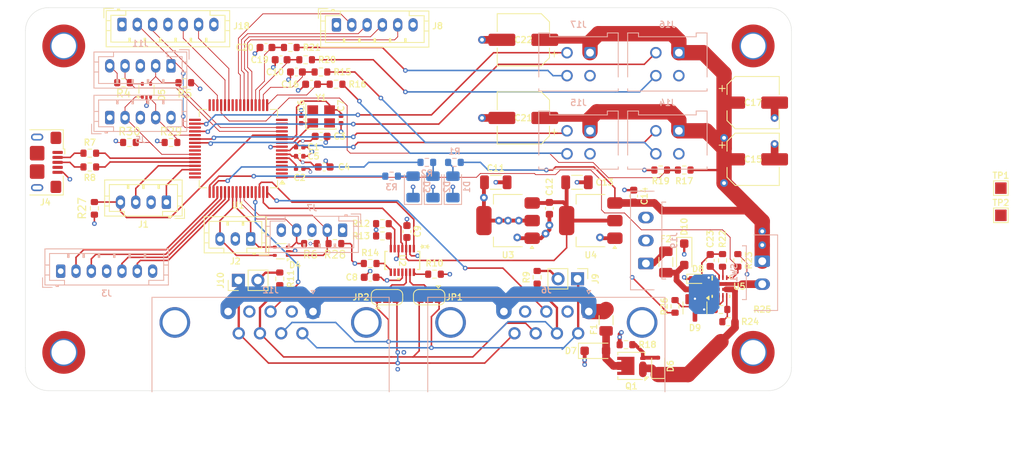
<source format=kicad_pcb>
(kicad_pcb (version 20241229) (generator "pcbnew") (generator_version "9.0")
  (layers (0 "F.Cu" signal) (4 "In1.Cu" signal) (6 "In2.Cu" signal) (2 "B.Cu" signal) (13 "F.Paste" user) (15 "B.Paste" user) (5 "F.SilkS" user "F.Silkscreen") (7 "B.SilkS" user "B.Silkscreen") (1 "F.Mask" user) (3 "B.Mask" user) (25 "Edge.Cuts" user))
  (net 0 "")
  (net 1 "+3V3")
  (net 2 "GND")
  (net 3 "Net-(U1-PF0)")
  (net 4 "Net-(U1-PF1)")
  (net 5 "+5V")
  (net 6 "/POT_B A1")
  (net 7 "+7V4")
  (net 8 "/POT_A A0")
  (net 9 "/POT_C A2")
  (net 10 "/POT_D A3")
  (net 11 "Net-(D8-A)")
  (net 12 "Net-(U5-SS)")
  (net 13 "Net-(D1-A)")
  (net 14 "Net-(D2-A)")
  (net 15 "Net-(D3-A)")
  (net 16 "/UART2_RX")
  (net 17 "/I2C3_SDA")
  (net 18 "/I2C3_SCL")
  (net 19 "/UART2_TX")
  (net 20 "/I2C1_SCL")
  (net 21 "/I2C1_SDA")
  (net 22 "/I2C2_SCL")
  (net 23 "/I2C2_SDA")
  (net 24 "Net-(D6-A)")
  (net 25 "Net-(D6-K)")
  (net 26 "Net-(D7-A2)")
  (net 27 "Net-(D9-K)")
  (net 28 "Net-(D10-A2)")
  (net 29 "/+7V4_CAN")
  (net 30 "/SWDIO")
  (net 31 "/NRST")
  (net 32 "/SWCLK")
  (net 33 "/E1")
  (net 34 "/E3")
  (net 35 "/E4")
  (net 36 "/E2")
  (net 42 "/USB_D+")
  (net 44 "/USB_D-")
  (net 47 "/CANL1")
  (net 48 "/CANH1")
  (net 49 "/CAN1_AUX")
  (net 50 "/CANL2")
  (net 51 "/CANH2")
  (net 52 "/SPI_MOSI")
  (net 53 "/SPI_MISO")
  (net 54 "/SPI_SCK")
  (net 55 "/SPI_CS")
  (net 56 "Net-(J9-Pin_2)")
  (net 57 "Net-(J10-Pin_2)")
  (net 58 "/CAN2_AUX")
  (net 59 "Net-(J14-Pin_4)")
  (net 60 "/PWM_B")
  (net 61 "Net-(J15-Pin_4)")
  (net 62 "/PWM_A")
  (net 63 "/PWM_C")
  (net 64 "Net-(J16-Pin_4)")
  (net 65 "/PWM_D")
  (net 66 "Net-(J17-Pin_4)")
  (net 67 "/PWM_EXT")
  (net 68 "/A11")
  (net 69 "/A8")
  (net 70 "/A9")
  (net 71 "/CANH")
  (net 72 "/CANL")
  (net 73 "/LED1")
  (net 74 "/LED2")
  (net 75 "Net-(U1-PA9{slash}PA11)")
  (net 76 "Net-(U1-PA10{slash}PA12)")
  (net 77 "Net-(U2-STB1)")
  (net 78 "Net-(U2-TXD2)")
  (net 79 "Net-(U2-RXD2)")
  (net 80 "Net-(U2-STB2)")
  (net 81 "/2S+ A10")
  (net 82 "Net-(U5-ILM)")
  (net 83 "/PWR_SOURCE")
  (net 84 "Net-(U5-PR1)")
  (net 85 "Net-(SW1-Pin_2)")
  (net 86 "/CAN1_RX")
  (net 87 "/CAN1_TX")
  (net 107 "Net-(J19-Pin_1)")
  (footprint "Capacitor_SMD:C_0603_1608Metric" (layer "F.Cu") (at 149.8 104.225 90)
    (property "Reference" "C9")
    (property "Value" "100n")
  )
  (footprint "Capacitor_SMD:CP_Elec_6.3x5.9" (layer "F.Cu") (at 165 89.4 180)
    (property "Reference" "C21")
    (property "Value" "100u")
  )
  (footprint "Custom:SOT23_DYY_TEX" (layer "F.Cu") (at 149.2 108 -90)
    (property "Reference" "U2")
    (property "Value" "TCAN1046")
  )
  (footprint "Resistor_SMD:R_0603_1608Metric" (layer "F.Cu") (at 112.8 84.8)
    (property "Reference" "R4")
    (property "Value" "10K")
  )
  (footprint "Resistor_SMD:R_0603_1608Metric" (layer "F.Cu") (at 191 108 90)
    (property "Reference" "R22")
    (property "Value" "22K")
  )
  (footprint "MountingHole:MountingHole_3.2mm_M3_DIN965_Pad_TopOnly" (layer "F.Cu") (at 195 120)
    (property "Reference" "H4" (hide yes))
    (property "Value" "~")
  )
  (footprint "Connector_JST:JST_PH_B4B-PH-K_1x04_P2.00mm_Vertical" (layer "F.Cu") (at 118.4 100.4 180)
    (property "Reference" "J1")
    (property "Value" "SWD JST PH")
  )
  (footprint "Resistor_SMD:R_0603_1608Metric" (layer "F.Cu") (at 136.575 81.8 180)
    (property "Reference" "R20")
    (property "Value" "100k")
  )
  (footprint "Jumper:SolderJumper-3_P1.3mm_Bridged12_RoundedPad1.0x1.5mm" (layer "F.Cu") (at 147.2 112.8)
    (property "Reference" "JP2")
    (property "Value" "CL SEL")
  )
  (footprint "Connector_JST:JST_PH_B7B-PH-K_1x07_P2.00mm_Vertical" (layer "F.Cu") (at 112.6 77.2)
    (property "Reference" "J18")
    (property "Value" "Extras JST")
  )
  (footprint "Capacitor_SMD:C_0603_1608Metric" (layer "F.Cu") (at 168.4 101.2 -90)
    (property "Reference" "C12")
    (property "Value" "10u")
  )
  (footprint "Capacitor_SMD:C_0603_1608Metric" (layer "F.Cu") (at 133.375 81.8 180)
    (property "Reference" "C19")
    (property "Value" "100n")
  )
  (footprint "Capacitor_SMD:C_0603_1608Metric" (layer "F.Cu") (at 189.4 108 90)
    (property "Reference" "C23")
    (property "Value" "100n")
  )
  (footprint "Fuse:Fuse_1206_3216Metric" (layer "F.Cu") (at 183.6 108.2 90)
    (property "Reference" "F2")
    (property "Value" "5A")
  )
  (footprint "Resistor_SMD:R_0603_1608Metric" (layer "F.Cu") (at 113.575 92.6)
    (property "Reference" "R30")
    (property "Value" "10K")
  )
  (footprint "Connector_PinHeader_2.54mm:PinHeader_1x02_P2.54mm_Vertical" (layer "F.Cu") (at 127.8 110.6 90)
    (property "Reference" "J10")
    (property "Value" "CAN2_T")
  )
  (footprint "Capacitor_SMD:C_0402_1005Metric" (layer "F.Cu") (at 141.2 89.6 -90)
    (property "Reference" "C7")
    (property "Value" "?")
  )
  (footprint "Package_TO_SOT_SMD:SOT-223-3_TabPin2" (layer "F.Cu") (at 163 102.8 180)
    (property "Reference" "U3")
    (property "Value" "AZ1117C-3.3")
  )
  (footprint "Capacitor_SMD:C_0603_1608Metric" (layer "F.Cu") (at 135.375 83.4 180)
    (property "Reference" "C10")
    (property "Value" "100n")
  )
  (footprint "Connector_JST:JST_PH_B6B-PH-K_1x06_P2.00mm_Vertical" (layer "F.Cu") (at 140.6 77.25)
    (property "Reference" "J8")
    (property "Value" "SPI JST")
  )
  (footprint "MountingHole:MountingHole_3.2mm_M3_DIN965_Pad_TopOnly" (layer "F.Cu") (at 105 120)
    (property "Reference" "H3" (hide yes))
    (property "Value" "~")
  )
  (footprint "Resistor_SMD:R_0603_1608Metric" (layer "F.Cu") (at 108.4 95.8 180)
    (property "Reference" "R8")
    (property "Value" "27R")
  )
  (footprint "Package_TO_SOT_SMD:SOT-23-3" (layer "F.Cu") (at 187.4 114.2 -90)
    (property "Reference" "D9")
    (property "Value" "2.5V Ref Zener")
  )
  (footprint "Diode_SMD:D_SOD-123F" (layer "F.Cu") (at 186 107.2 -90)
    (property "Reference" "D10")
    (property "Value" "9V 15.4VC")
  )
  (footprint "Resistor_SMD:R_0603_1608Metric" (layer "F.Cu") (at 145 108.4 180)
    (property "Reference" "R14")
    (property "Value" "100K")
  )
  (footprint "Capacitor_SMD:CP_Elec_6.3x5.9" (layer "F.Cu") (at 195 94.8)
    (property "Reference" "C15")
    (property "Value" "100u")
  )
  (footprint "Capacitor_SMD:C_1206_3216Metric" (layer "F.Cu") (at 161.4 97.8)
    (property "Reference" "C11")
    (property "Value" "22u")
  )
  (footprint "Custom:RUX0012A" (layer "F.Cu") (at 190.8 111.4)
    (property "Reference" "U5")
    (property "Value" "TPS2121RUXR")
  )
  (footprint "Connector_PinHeader_2.54mm:PinHeader_1x02_P2.54mm_Vertical" (layer "F.Cu") (at 172.075 110.4 -90)
    (property "Reference" "J9")
    (property "Value" "CAN1_T")
  )
  (footprint "Resistor_SMD:R_0603_1608Metric" (layer "F.Cu") (at 109 101.2 -90)
    (property "Reference" "R27")
    (property "Value" "R")
  )
  (footprint "MountingHole:MountingHole_3.2mm_M3_DIN965_Pad_TopOnly" (layer "F.Cu") (at 195 80)
    (property "Reference" "H2" (hide yes))
    (property "Value" "~")
  )
  (footprint "Capacitor_SMD:C_0603_1608Metric" (layer "F.Cu") (at 137.35 85 180)
    (property "Reference" "C16")
    (property "Value" "100n")
  )
  (footprint "Capacitor_SMD:C_0603_1608Metric" (layer "F.Cu") (at 131.4 80.2 180)
    (property "Reference" "C20")
    (property "Value" "100n")
  )
  (footprint "Connector_JST:JST_PH_B3B-PH-K_1x03_P2.00mm_Vertical" (layer "F.Cu") (at 129.4 105.2 180)
    (property "Reference" "J2")
    (property "Value" "UART JST")
  )
  (footprint "Capacitor_SMD:C_0402_1005Metric" (layer "F.Cu") (at 135.8 94.4)
    (property "Reference" "C5")
    (property "Value" "100n")
  )
  (footprint "Capacitor_SMD:C_0402_1005Metric" (layer "F.Cu") (at 136 89.6 90)
    (property "Reference" "C6")
    (property "Value" "?")
  )
  (footprint "Resistor_SMD:R_0603_1608Metric" (layer "F.Cu") (at 186 96.2 180)
    (property "Reference" "R17")
    (property "Value" "14K3")
  )
  (footprint "Resistor_SMD:R_0603_1608Metric" (layer "F.Cu") (at 146.6 104.8)
    (property "Reference" "R13")
    (property "Value" "100K")
  )
  (footprint "Connector_USB:USB_Micro-B_Amphenol_10118193-0001LF_Horizontal" (layer "F.Cu") (at 101.525 95.2 -90)
    (property "Reference" "J4")
    (property "Value" "USB_B_Micro")
  )
  (footprint "Resistor_SMD:R_0603_1608Metric" (layer "F.Cu") (at 182.93 96.2 180)
    (property "Reference" "R19")
    (property "Value" "9K53")
  )
  (footprint "Capacitor_SMD:C_0603_1608Metric" (layer "F.Cu") (at 139 95.8)
    (property "Reference" "C4")
    (property "Value" "4u7")
  )
  (footprint "Jumper:SolderJumper-3_P1.3mm_Bridged12_RoundedPad1.0x1.5mm" (layer "F.Cu") (at 152.7 112.8 180)
    (property "Reference" "JP1")
    (property "Value" "CH SEL")
  )
  (footprint "Capacitor_SMD:C_0603_1608Metric" (layer "F.Cu") (at 138.6 91.8)
    (property "Reference" "C3")
    (property "Value" "4u7")
  )
  (footprint "Capacitor_SMD:C_0603_1608Metric" (layer "F.Cu") (at 145 110.2 180)
    (property "Reference" "C8")
    (property "Value" "100n")
  )
  (footprint "Capacitor_SMD:C_0402_1005Metric" (layer "F.Cu") (at 135.8 96)
    (property "Reference" "C2")
    (property "Value" "100n")
  )
  (footprint "TestPoint:TestPoint_Pad_1.5x1.5mm" (layer "F.Cu") (at 227.336502 102.112252)
    (property "Reference" "TP2")
    (property "Value" "CANTX1")
  )
  (footprint "Capacitor_SMD:C_0603_1608Metric" (layer "F.Cu") (at 179.4 99.6 90)
    (property "Reference" "C14")
    (property "Value" "10u")
  )
  (footprint "Resistor_SMD:R_0603_1608Metric" (layer "F.Cu") (at 184.8 114 90)
    (property "Reference" "R26")
    (property "Value" "1K5")
  )
  (footprint "Resistor_SMD:R_0603_1608Metric" (layer "F.Cu") (at 137.2 105.8 180)
    (property "Reference" "R6")
    (property "Value" "10K")
  )
  (footprint "Resistor_SMD:R_0603_1608Metric" (layer "F.Cu") (at 178.4 119 180)
    (property "Reference" "R18")
    (property "Value" "100K")
  )
  (footprint "Package_QFP:LQFP-64_10x10mm_P0.5mm" (layer "F.Cu") (at 127.8 93.4 180)
    (property "Reference" "U1")
    (property "Value" "STM32G0B1RCTx")
  )
  (footprint "Package_TO_SOT_SMD:SOT-665" (layer "F.Cu") (at 115.8 85.8 90)
    (property "Reference" "D5")
    (property "Value" "PESD3V3L4UW")
  )
  (footprint "Resistor_SMD:R_0603_1608Metric" (layer "F.Cu") (at 191.8 116 180)
    (property "Reference" "R24")
    (property "Value" "6K2")
  )
  (footprint "Capacitor_SMD:C_1206_3216Metric" (layer "F.Cu") (at 172 97.8)
    (property "Reference" "C13")
    (property "Value" "22u")
  )
  (footprint "Crystal:Crystal_SMD_Abracon_ABM8G-4Pin_3.2x2.5mm" (layer "F.Cu") (at 138.6 89.2)
    (property "Reference" "Y1")
    (property "Value" "8MHz")
  )
  (footprint "Diode_SMD:D_SOD-523" (layer "F.Cu") (at 187.6 110.4)
    (property "Reference" "D8")
    (property "Value" "D_0.5VF")
  )
  (footprint "Capacitor_SMD:CP_Elec_6.3x5.9" (layer "F.Cu") (at 195 87.4)
    (property "Reference" "C17")
    (property "Value" "100u")
  )
  (footprint "Resistor_SMD:R_0603_1608Metric" (layer "F.Cu") (at 193 108 -90)
    (property "Reference" "R23")
    (property "Value" "15K")
  )
  (footprint "Fuse:Fuse_1206_3216Metric" (layer "F.Cu") (at 175.8 115.8 90)
    (property "Reference" "F1")
    (property "Value" "5A")
  )
  (footprint "Resistor_SMD:R_0603_1608Metric" (layer "F.Cu") (at 153.4 109.8)
    (property "Reference" "R10")
    (property "Value" "100K")
  )
  (footprint "Resistor_SMD:R_0603_1608Metric" (layer "F.Cu") (at 133.2 110.4 -90)
    (property "Reference" "R11")
    (property "Value" "120R")
  )
  (footprint "Resistor_SMD:R_0603_1608Metric" (layer "F.Cu") (at 140.4 105.8 180)
    (property "Reference" "R28")
    (property "Value" "10K")
  )
  (footprint "Resistor_SMD:R_0603_1608Metric" (layer "F.Cu") (at 138.575 83.4 180)
    (property "Reference" "R15")
    (property "Value" "100k")
  )
  (footprint "Resistor_SMD:R_0603_1608Metric" (layer "F.Cu") (at 140.55 85 180)
    (property "Reference" "R16")
    (property "Value" "100k")
  )
  (footprint "Package_TO_SOT_SMD:SOT-223-3_TabPin2" (layer "F.Cu") (at 173.8 102.8 180)
    (property "Reference" "U4")
    (property "Value" "AZ1117C-5.0")
  )
  (footprint "Capacitor_SMD:CP_Elec_6.3x5.9" (layer "F.Cu") (at 165 79.2 180)
    (property "Reference" "C22")
    (property "Value" "100u")
  )
  (footprint "Resistor_SMD:R_0603_1608Metric" (layer "F.Cu") (at 120.8 84.8 180)
    (property "Reference" "R5")
    (property "Value" "10K")
  )
  (footprint "Resistor_SMD:R_0603_1608Metric" (layer "F.Cu") (at 134.575 80.2 180)
    (property "Reference" "R21")
    (property "Value" "100k")
  )
  (footprint "Resistor_SMD:R_0603_1608Metric" (layer "F.Cu") (at 108.4 94 180)
    (property "Reference" "R7")
    (property "Value" "27R")
  )
  (footprint "Diode_SMD:D_SOD-123F" (layer "F.Cu") (at 174.4 119.8)
    (property "Reference" "D7")
    (property "Value" "9V 15.4VC")
  )
  (footprint "Resistor_SMD:R_0603_1608Metric" (layer "F.Cu") (at 190.8 114.4 180)
    (property "Reference" "R25")
    (property "Value" "4K7")
  )
  (footprint "Package_SON:Diodes_PowerDI3333-8" (layer "F.Cu") (at 179.1 121.765 180)
    (property "Reference" "Q1")
    (property "Value" "DMP6023LFG")
  )
  (footprint "Diode_SMD:D_SOD-323F" (layer "F.Cu") (at 182.6 121.8 90)
    (property "Reference" "D6")
    (property "Value" "18V")
  )
  (footprint "Capacitor_SMD:C_0402_1005Metric" (layer "F.Cu") (at 135.8 93.2)
    (property "Reference" "C1")
    (property "Value" "100n")
  )
  (footprint "Package_TO_SOT_SMD:SOT-665" (layer "F.Cu") (at 133.4 106.8 180)
    (property "Reference" "D4")
    (property "Value" "PESD3V3L4UW")
  )
  (footprint "Resistor_SMD:R_0603_1608Metric" (layer "F.Cu") (at 119 92.6)
    (property "Reference" "R29")
    (property "Value" "10K")
  )
  (footprint "MountingHole:MountingHole_3.2mm_M3_DIN965_Pad_TopOnly" (layer "F.Cu") (at 105 80)
    (property "Reference" "H1" (hide yes))
    (property "Value" "~")
  )
  (footprint "Resistor_SMD:R_0603_1608Metric" (layer "F.Cu") (at 166.8 110.2 -90)
    (property "Reference" "R9")
    (property "Value" "120R")
  )
  (footprint "TestPoint:TestPoint_Pad_1.5x1.5mm" (layer "F.Cu") (at 227.336502 98.562252)
    (property "Reference" "TP1")
    (property "Value" "CANRX1")
  )
  (footprint "Resistor_SMD:R_0603_1608Metric" (layer "F.Cu") (at 146.6 103.2)
    (property "Reference" "R12")
    (property "Value" "100K")
  )
  (footprint "LED_SMD:LED_1206_3216Metric" (layer "B.Cu") (at 153.2 98.4 90)
    (property "Reference" "D2")
    (property "Value" "LED_G")
  )
  (footprint "Connector_Molex:Molex_Micro-Fit_3.0_43045-0412_2x02_P3.00mm_Vertical" (layer "B.Cu") (at 173.7 80.88 180)
    (property "Reference" "J17")
    (property "Value" "SERVO D")
  )
  (footprint "LED_SMD:LED_1206_3216Metric" (layer "B.Cu") (at 155.8 98.4 90)
    (property "Reference" "D1")
    (property "Value" "LED_R")
  )
  (footprint "Connector_Molex:Molex_Micro-Fit_3.0_43045-0412_2x02_P3.00mm_Vertical" (layer "B.Cu") (at 185.3 80.88 180)
    (property "Reference" "J16")
    (property "Value" "SERVO C")
  )
  (footprint "Resistor_SMD:R_0603_1608Metric" (layer "B.Cu") (at 156 95.2 180)
    (property "Reference" "R1")
    (property "Value" "549R")
  )
  (footprint "Connector_Molex:Molex_Micro-Fit_3.0_43650-0315_1x03_P3.00mm_Vertical" (layer "B.Cu") (at 181 108.4 90)
    (property "Reference" "J19")
    (property "Value" "Backup Power")
  )
  (footprint "Connector_Dsub:DSUB-9_Pins_Horizontal_P2.77x2.84mm_EdgePinOffset7.70mm_Housed_MountingHolesOffset9.12mm" (layer "B.Cu") (at 137.54 114.674669 180)
    (property "Reference" "J12")
    (property "Value" "DB9 Microfit")
  )
  (footprint "Connector_JST:JST_PH_B5B-PH-K_1x05_P2.00mm_Vertical" (layer "B.Cu") (at 111 89.35)
    (property "Reference" "J5")
    (property "Value" "I2CA JST")
  )
  (footprint "LED_SMD:LED_1206_3216Metric" (layer "B.Cu") (at 150.6 98.4 90)
    (property "Reference" "D3")
    (property "Value" "LED_B")
  )
  (footprint "Connector_Molex:Molex_Micro-Fit_3.0_43045-0412_2x02_P3.00mm_Vertical" (layer "B.Cu") (at 173.7 91.08 180)
    (property "Reference" "J15")
    (property "Value" "SERVO A")
  )
  (footprint "Connector_JST:JST_PH_B7B-PH-K_1x07_P2.00mm_Vertical" (layer "B.Cu") (at 104.6 109.4)
    (property "Reference" "J3")
    (property "Value" "Extras JST")
  )
  (footprint "Connector_Dsub:DSUB-9_Pins_Horizontal_P2.77x2.84mm_EdgePinOffset7.70mm_Housed_MountingHolesOffset9.12mm" (layer "B.Cu") (at 173.54 114.674669 180)
    (property "Reference" "J6")
    (property "Value" "DB9 Microfit")
  )
  (footprint "Connector_JST:JST_PH_B5B-PH-K_1x05_P2.00mm_Vertical" (layer "B.Cu") (at 141.4 104.05 180)
    (property "Reference" "J7")
    (property "Value" "I2CB JST")
  )
  (footprint "Resistor_SMD:R_0603_1608Metric" (layer "B.Cu") (at 147.8 97)
    (property "Reference" "R3")
    (property "Value" "220R")
  )
  (footprint "Resistor_SMD:R_0603_1608Metric" (layer "B.Cu") (at 152.4 95.2)
    (property "Reference" "R2")
    (property "Value" "220R")
  )
  (footprint "Connector_JST:JST_PH_B5B-PH-K_1x05_P2.00mm_Vertical" (layer "B.Cu") (at 119 82.6 180)
    (property "Reference" "J11")
    (property "Value" "I2CC JST")
  )
  (footprint "Connector_Molex:Molex_Micro-Fit_3.0_43045-0412_2x02_P3.00mm_Vertical" (layer "B.Cu") (at 185.3 91.08 180)
    (property "Reference" "J14")
    (property "Value" "SERVO B")
  )
  (footprint "Connector_Molex:Molex_Micro-Fit_3.0_43650-0215_1x02_P3.00mm_Vertical" (layer "B.Cu") (at 196.185 108.1 -90)
    (property "Reference" "SW1")
    (property "Value" "On Switch")
  )
  (gr_line (start 100 122) (end 100 78) (stroke (width 0.05)) (layer "Edge.Cuts"))
  (gr_line (start 200 78) (end 200 122) (stroke (width 0.05)) (layer "Edge.Cuts"))
  (gr_line (start 197 125) (end 103 125) (stroke (width 0.05)) (layer "Edge.Cuts"))
  (gr_arc (start 200 122) (mid 199.12132 124.12132) (end 197 125) (stroke (width 0.05)) (layer "Edge.Cuts"))
  (gr_arc (start 103 125) (mid 100.87868 124.12132) (end 100 122) (stroke (width 0.05)) (layer "Edge.Cuts"))
  (gr_arc (start 100 78) (mid 100.87868 75.87868) (end 103 75) (stroke (width 0.05)) (layer "Edge.Cuts"))
  (gr_arc (start 197 75) (mid 199.12132 75.87868) (end 200 78) (stroke (width 0.05)) (layer "Edge.Cuts"))
  (gr_line (start 103 75) (end 197 75) (stroke (width 0.05)) (layer "Edge.Cuts"))
  (segment (start 147.2 110.6) (end 146.8 110.6) (width 0.2) (layer "F.Cu") (net 1))
  (segment (start 122 84.8) (end 122.8 85.6) (width 0.1) (layer "F.Cu") (net 1))
  (segment (start 194.2 108.375) (end 194.2 109.8) (width 0.1) (layer "F.Cu") (net 1))
  (segment (start 135.32 92.88) (end 135.8 92.4) (width 0.2) (layer "F.Cu") (net 1))
  (segment (start 134.96 93.2) (end 135.32 93.2) (width 0.2) (layer "F.Cu") (net 1))
  (segment (start 136.2 95.2) (end 137.225 95.2) (width 0.2) (layer "F.Cu") (net 1))
  (segment (start 154.225 109.8) (end 155.4 109.8) (width 0.2) (layer "F.Cu") (net 1))
  (segment (start 112.75 92.6) (end 112 92.6) (width 0.1) (layer "F.Cu") (net 1))
  (segment (start 159.85 102.8) (end 159.85 99.8) (width 0.5) (layer "F.Cu") (net 1))
  (segment (start 134.43 94.65) (end 135.32 95.54) (width 0.2) (layer "F.Cu") (net 1))
  (segment (start 137.225 92.4) (end 137.825 91.8) (width 0.2) (layer "F.Cu") (net 1))
  (segment (start 135.8 92.4) (end 136.2 92.4) (width 0.2) (layer "F.Cu") (net 1))
  (segment (start 144.175 108.4) (end 143 108.4) (width 0.2) (layer "F.Cu") (net 1))
  (segment (start 136.12 95.2) (end 136.2 95.2) (width 0.2) (layer "F.Cu") (net 1))
  (segment (start 111.975 84.8) (end 111.975 83.575) (width 0.1) (layer "F.Cu") (net 1))
  (segment (start 135.32 94.4) (end 136.12 95.2) (width 0.2) (layer "F.Cu") (net 1))
  (segment (start 133.475 93.65) (end 134.51 93.65) (width 0.2) (layer "F.Cu") (net 1))
  (segment (start 134.55 94.15) (end 134.8 94.4) (width 0.2) (layer "F.Cu") (net 1))
  (segment (start 146.8 110.6) (end 146.4 110.2) (width 0.2) (layer "F.Cu") (net 1))
  (segment (start 118.175 92.6) (end 117.4 92.6) (width 0.1) (layer "F.Cu") (net 1))
  (segment (start 111.975 83.575) (end 111 82.6) (width 0.1) (layer "F.Cu") (net 1))
  (segment (start 184.8 114.825) (end 183.825 114.825) (width 0.2) (layer "F.Cu") (net 1))
  (segment (start 183.825 114.825) (end 179.2 110.2) (width 0.2) (layer "F.Cu") (net 1))
  (segment (start 137.825 95.8) (end 138.225 95.8) (width 0.2) (layer "F.Cu") (net 1))
  (segment (start 142.6 106) (end 142.4 105.8) (width 0.2) (layer "F.Cu") (net 1))
  (segment (start 145.775 104) (end 145.775 103.2) (width 0.2) (layer "F.Cu") (net 1))
  (segment (start 166.15 102.8) (end 164.4 102.8) (width 0.5) (layer "F.Cu") (net 1))
  (segment (start 161.8 102.8) (end 159.85 102.8) (width 0.5) (layer "F.Cu") (net 1))
  (segment (start 136.2 92.4) (end 137.225 92.4) (width 0.2) (layer "F.Cu") (net 1))
  (segment (start 146.4 110.2) (end 145.775 110.2) (width 0.2) (layer "F.Cu") (net 1))
  (segment (start 159.85 99.8) (end 159.85 97.875) (width 0.5) (layer "F.Cu") (net 1))
  (segment (start 138.025 105.8) (end 137.2 105.8) (width 0.1) (layer "F.Cu") (net 1))
  (segment (start 148.880674 110.6) (end 147.2 110.6) (width 0.2) (layer "F.Cu") (net 1))
  (segment (start 159.85 97.875) (end 159.925 97.8) (width 0.5) (layer "F.Cu") (net 1))
  (segment (start 135.32 95.54) (end 135.32 96) (width 0.2) (layer "F.Cu") (net 1))
  (segment (start 149.2 109.540251) (end 149.2 110.280674) (width 0.2) (layer "F.Cu") (net 1))
  (segment (start 163 102.8) (end 161.8 102.8) (width 0.5) (layer "F.Cu") (net 1))
  (segment (start 145.775 104.8) (end 145.775 104) (width 0.2) (layer "F.Cu") (net 1))
  (segment (start 133.475 94.15) (end 134.55 94.15) (width 0.2) (layer "F.Cu") (net 1))
  (segment (start 133.475 94.65) (end 134.43 94.65) (width 0.2) (layer "F.Cu") (net 1))
  (segment (start 142.4 105.8) (end 141.225 105.8) (width 0.2) (layer "F.Cu") (net 1))
  (segment (start 142.6 108) (end 142.6 106) (width 0.2) (layer "F.Cu") (net 1))
  (segment (start 117.4 92.6) (end 117.2 92.4) (width 0.1) (layer "F.Cu") (net 1))
  (segment (start 121.625 84.8) (end 122 84.8) (width 0.1) (layer "F.Cu") (net 1))
  (segment (start 109 102.025) (end 109 103.2) (width 0.2) (layer "F.Cu") (net 1))
  (segment (start 137.225 95.2) (end 137.825 95.8) (width 0.2) (layer "F.Cu") (net 1))
  (segment (start 135.32 93.2) (end 135.32 92.88) (width 0.2) (layer "F.Cu") (net 1))
  (segment (start 149.2 110.280674) (end 148.880674 110.6) (width 0.2) (layer "F.Cu") (net 1))
  (segment (start 112 92.6) (end 111.8 92.4) (width 0.1) (layer "F.Cu") (net 1))
  (segment (start 143 108.4) (end 142.6 108) (width 0.2) (layer "F.Cu") (net 1))
  (segment (start 164.4 102.8) (end 163 102.8) (width 0.5) (layer "F.Cu") (net 1))
  (segment (start 193 107.175) (end 194.2 108.375) (width 0.1) (layer "F.Cu") (net 1))
  (segment (start 134.51 93.65) (end 134.96 93.2) (width 0.2) (layer "F.Cu") (net 1))
  (segment (start 134.8 94.4) (end 135.32 94.4) (width 0.2) (layer "F.Cu") (net 1))
  (via (at 155.4 109.8) (size 0.6) (drill 0.3) (layers "F.Cu" "B.Cu") (net 1))
  (via (at 137.2 105.8) (size 0.45) (drill 0.3) (layers "F.Cu" "B.Cu") (net 1))
  (via (at 194.2 109.8) (size 0.6) (drill 0.3) (layers "F.Cu" "B.Cu") (net 1))
  (via (at 109 103.2) (size 0.6) (drill 0.3) (layers "F.Cu" "B.Cu") (net 1))
  (via (at 179.2 110.2) (size 0.6) (drill 0.3) (layers "F.Cu" "B.Cu") (net 1))
  (via (at 117.2 92.4) (size 0.6) (drill 0.3) (layers "F.Cu" "B.Cu") (net 1))
  (via (at 163 102.8) (size 1) (drill 0.5) (layers "F.Cu" "B.Cu") (net 1))
  (via (at 161.8 102.8) (size 1) (drill 0.5) (layers "F.Cu" "B.Cu") (net 1))
  (via (at 159.85 99.8) (size 1) (drill 0.5) (layers "F.Cu" "B.Cu") (net 1))
  (via (at 147.2 110.6) (size 0.6) (drill 0.3) (layers "F.Cu" "B.Cu") (net 1))
  (via (at 145.775 104) (size 0.6) (drill 0.3) (layers "F.Cu" "B.Cu") (net 1))
  (via (at 164.4 102.8) (size 1) (drill 0.5) (layers "F.Cu" "B.Cu") (net 1))
  (via (at 136.2 92.4) (size 0.45) (drill 0.3) (layers "F.Cu" "B.Cu") (net 1))
  (via (at 136.2 95.2) (size 0.45) (drill 0.3) (layers "F.Cu" "B.Cu") (net 1))
  (via (at 111.8 92.4) (size 0.6) (drill 0.3) (layers "F.Cu" "B.Cu") (net 1))
  (via (at 143 108.4) (size 0.6) (drill 0.3) (layers "F.Cu" "B.Cu") (net 1))
  (via (at 122.8 85.6) (size 0.6) (drill 0.3) (layers "F.Cu" "B.Cu") (net 1))
  (segment (start 144.225 110.2) (end 144.225 110.175) (width 0.2) (layer "F.Cu") (net 2))
  (segment (start 197.8 87.4) (end 197.8 89.4) (width 1) (layer "F.Cu") (net 2))
  (segment (start 176.95 105.1) (end 175.1 105.1) (width 0.5) (layer "F.Cu") (net 2))
  (segment (start 173.475 97.8) (end 172 97.8) (width 0.5) (layer "F.Cu") (net 2))
  (segment (start 149.8 103.45) (end 149.8 102.6) (width 0.2) (layer "F.Cu") (net 2))
  (segment (start 150.200252 107.200172) (end 150.200252 106.459749) (width 0.2) (layer "F.Cu") (net 2))
  (segment (start 136.8 94.4) (end 136.28 94.4) (width 0.2) (layer "F.Cu") (net 2))
  (segment (start 134.6 84.15) (end 134.35 84.4) (width 0.2) (layer "F.Cu") (net 2))
  (segment (start 186 105.8) (end 186 107.2) (width 0.3) (layer "F.Cu") (net 2))
  (segment (start 135.775 85.8) (end 136.575 85) (width 0.2) (layer "F.Cu") (net 2))
  (segment (start 167.9 104.5) (end 167.3 105.1) (width 0.5) (layer "F.Cu") (net 2))
  (segment (start 177.575 118) (end 177.575 117.625) (width 0.5) (layer "F.Cu") (net 2))
  (segment (start 137 96) (end 136.28 96) (width 0.2) (layer "F.Cu") (net 2))
  (segment (start 135 106.8) (end 134.33 106.8) (width 0.2) (layer "F.Cu") (net 2))
  (segment (start 136.28 93.2) (end 136.8 93.2) (width 0.2) (layer "F.Cu") (net 2))
  (segment (start 173 119.8) (end 173 121) (width 0.5) (layer "F.Cu") (net 2))
  (segment (start 135.01 106.79) (end 135 106.8) (width 0.2) (layer "F.Cu") (net 2))
  (segment (start 137.2 96.447077) (end 137.2 96.2) (width 0.2) (layer "F.Cu") (net 2))
  (segment (start 182.105 96.2) (end 180.8 96.2) (width 0.3) (layer "F.Cu") (net 2))
  (segment (start 132.6 82.55) (end 132.35 82.8) (width 0.2) (layer "F.Cu") (net 2))
  (segment (start 168.4 103.4) (end 168.4 101.975) (width 0.5) (layer "F.Cu") (net 2))
  (segment (start 137.4 93.8) (end 136.8 94.4) (width 0.2) (layer "F.Cu") (net 2))
  (segment (start 162.2 79.2) (end 159.6 79.2) (width 1) (layer "F.Cu") (net 2))
  (segment (start 132.6 81.8) (end 132.6 82.55) (width 0.2) (layer "F.Cu") (net 2))
  (segment (start 134.6 83.4) (end 134.6 84.15) (width 0.2) (layer "F.Cu") (net 2))
  (segment (start 177.575 119) (end 177.575 118) (width 0.5) (layer "F.Cu") (net 2))
  (segment (start 137.200894 96.447971) (end 137.2 96.447077) (width 0.2) (layer "F.Cu") (net 2))
  (segment (start 130.625 80.325) (end 129.95 81) (width 0.2) (layer "F.Cu") (net 2))
  (segment (start 130.625 80.2) (end 130.625 80.325) (width 0.2) (layer "F.Cu") (net 2))
  (segment (start 139.375 92.425) (end 139.2 92.6) (width 0.2) (layer "F.Cu") (net 2))
  (segment (start 104.2 96.5) (end 104.9 96.5) (width 0.2) (layer "F.Cu") (net 2))
  (segment (start 197.8 94.8) (end 197.8 92.8) (width 1) (layer "F.Cu") (net 2))
  (segment (start 136.8 93.2) (end 137.4 93.8) (width 0.2) (layer "F.Cu") (net 2))
  (segment (start 178.2 98.8) (end 178.225 98.825) (width 0.3) (layer "F.Cu") (net 2))
  (segment (start 162.875 97.8) (end 161.4 97.8) (width 0.5) (layer "F.Cu") (net 2))
  (segment (start 135.6 85.8) (end 135.775 85.8) (width 0.2) (layer "F.Cu") (net 2))
  (segment (start 135.2 106.74) (end 135.15 106.79) (width 0.2) (layer "F.Cu") (net 2))
  (segment (start 168.4 104) (end 168.4 103.4) (width 0.5) (layer "F.Cu") (net 2))
  (segment (start 166.15 105.1) (end 164.3 105.1) (width 0.5) (layer "F.Cu") (net 2))
  (segment (start 173 121) (end 173 121.6) (width 0.5) (layer "F.Cu") (net 2))
  (segment (start 148.699874 106.459749) (end 148.699874 107.500126) (width 0.2) (layer "F.Cu") (net 2))
  (segment (start 186 110.2) (end 186.2 110.4) (width 0.3) (layer "F.Cu") (net 2))
  (segment (start 139.375 91.8) (end 139.375 92.425) (width 0.2) (layer "F.Cu") (net 2))
  (segment (start 115.8 86.73) (end 115.8 87.8) (width 0.1) (layer "F.Cu") (net 2))
  (segment (start 179.4 98.825) (end 178.225 98.825) (width 0.3) (layer "F.Cu") (net 2))
  (segment (start 133.475 93.15) (end 132.05 93.15) (width 0.2) (layer "F.Cu") (net 2))
  (segment (start 151.2 107.4) (end 150.40008 107.4) (width 0.2) (layer "F.Cu") (net 2))
  (segment (start 144.225 110.175) (end 145 109.4) (width 0.2) (layer "F.Cu") (net 2))
  (segment (start 167.3 105.1) (end 166.15 105.1) (width 0.5) (layer "F.Cu") (net 2))
  (segment (start 150.40008 107.4) (end 150.200252 107.200172) (width 0.2) (layer "F.Cu") (net 2))
  (segment (start 167.9 104.5) (end 168.4 104) (width 0.5) (layer "F.Cu") (net 2))
  (segment (start 186.2 110.4) (end 186.9 110.4) (width 0.3) (layer "F.Cu") (net 2))
  (segment (start 136 89.12) (end 136 88.4) (width 0.2) (layer "F.Cu") (net 2))
  (segment (start 135.15 106.79) (end 135.01 106.79) (width 0.2) (layer "F.Cu") (net 2))
  (segment (start 162.2 89.4) (end 159.6 89.4) (width 1) (layer "F.Cu") (net 2))
  (segment (start 141.2 90.08) (end 141.2 91.2) (width 0.2) (layer "F.Cu") (net 2))
  (segment (start 164.3 105.1) (end 164.2 105) (width 0.5) (layer "F.Cu") (net 2))
  (segment (start 175.1 105.1) (end 175 105) (width 0.5) (layer "F.Cu") (net 2))
  (segment (start 104.9 96.5) (end 105.8 97.4) (width 0.2) (layer "F.Cu") (net 2))
  (segment (start 137.2 96.2) (end 137 96) (width 0.2) (layer "F.Cu") (net 2))
  (segment (start 139.375 95.175) (end 139.2 95) (width 0.2) (layer "F.Cu") (net 2))
  (segment (start 177.575 117.625) (end 177.8 117.4) (width 0.5) (layer "F.Cu") (net 2))
  (segment (start 139.375 95.4) (end 139.375 95.175) (width 0.2) (layer "F.Cu") (net 2))
  (segment (start 139.775 95.8) (end 139.375 95.4) (width 0.2) (layer "F.Cu") (net 2))
  (segment (start 132.05 93.15) (end 132 93.2) (width 0.2) (layer "F.Cu") (net 2))
  (segment (start 148.699874 107.500126) (end 148.4 107.8) (width 0.2) (layer "F.Cu") (net 2))
  (via (at 141.2 91.2) (size 0.6) (drill 0.3) (layers "F.Cu" "B.Cu") (net 2))
  (via (at 148.4 107.8) (size 0.6) (drill 0.3) (layers "F.Cu" "B.Cu") (net 2))
  (via (at 105.8 97.4) (size 0.6) (drill 0.3) (layers "F.Cu" "B.Cu") (net 2))
  (via (at 159.6 89.4) (size 1) (drill 0.5) (layers "F.Cu" "B.Cu") (net 2))
  (via (at 175 105) (size 1) (drill 0.5) (layers "F.Cu" "B.Cu") (net 2))
  (via (at 132 93.2) (size 0.6) (drill 0.3) (layers "F.Cu" "B.Cu") (net 2))
  (via (at 137.200894 96.447971) (size 0.45) (drill 0.3) (layers "F.Cu" "B.Cu") (net 2))
  (via (at 151.2 107.4) (size 0.6) (drill 0.3) (layers "F.Cu" "B.Cu") (net 2))
  (via (at 168.4 103.4) (size 1) (drill 0.5) (layers "F.Cu" "B.Cu") (net 2))
  (via (at 148.6 122.2) (size 0.6) (drill 0.3) (layers "F.Cu" "B.Cu") (net 2))
  (via (at 137.4 93.8) (size 0.6) (drill 0.3) (layers "F.Cu" "B.Cu") (net 2))
  (via (at 132.35 82.8) (size 0.6) (drill 0.3) (layers "F.Cu" "B.Cu") (net 2))
  (via (at 161.4 97.8) (size 0.6) (drill 0.3) (layers "F.Cu" "B.Cu") (net 2))
  (via (at 149.4 120) (size 0.6) (drill 0.3) (layers "F.Cu" "B.Cu") (net 2))
  (via (at 139.2 92.6) (size 0.6) (drill 0.3) (layers "F.Cu" "B.Cu") (net 2))
  (via (at 159.6 79.2) (size 1) (drill 0.5) (layers "F.Cu" "B.Cu") (net 2))
  (via (at 149.8 102.6) (size 0.6) (drill 0.3) (layers "F.Cu" "B.Cu") (net 2))
  (via (at 150.6 98.4) (size 0.6) (drill 0.3) (layers "F.Cu" "B.Cu") (net 2))
  (via (at 177.8 117.4) (size 0.6) (drill 0.3) (layers "F.Cu" "B.Cu") (net 2))
  (via (at 197.8 92.8) (size 1) (drill 0.5) (layers "F.Cu" "B.Cu") (net 2))
  (via (at 134.35 84.4) (size 0.6) (drill 0.3) (layers "F.Cu" "B.Cu") (net 2))
  (via (at 173 121.6) (size 0.6) (drill 0.3) (layers "F.Cu" "B.Cu") (net 2))
  (via (at 186 110.2) (size 0.6) (drill 0.3) (layers "F.Cu" "B.Cu") (net 2))
  (via (at 180.8 96.2) (size 0.6) (drill 0.3) (layers "F.Cu" "B.Cu") (net 2))
  (via (at 129.95 81) (size 0.6) (drill 0.3) (layers "F.Cu" "B.Cu") (net 2))
  (via (at 177.575 118) (size 0.6) (drill 0.3) (layers "F.Cu" "B.Cu") (net 2))
  (via (at 139.2 95) (size 0.6) (drill 0.3) (layers "F.Cu" "B.Cu") (net 2))
  (via (at 135.6 85.8) (size 0.6) (drill 0.3) (layers "F.Cu" "B.Cu") (net 2))
  (via (at 172 97.8) (size 0.6) (drill 0.3) (layers "F.Cu" "B.Cu") (net 2))
  (via (at 145 109.4) (size 0.6) (drill 0.3) (layers "F.Cu" "B.Cu") (net 2))
  (via (at 135.2 106.74) (size 0.6) (drill 0.3) (layers "F.Cu" "B.Cu") (net 2))
  (via (at 178.2 98.8) (size 0.6) (drill 0.3) (layers "F.Cu" "B.Cu") (net 2))
  (via (at 164.2 105) (size 1) (drill 0.5) (layers "F.Cu" "B.Cu") (net 2))
  (via (at 186 107.2) (size 0.6) (drill 0.3) (layers "F.Cu" "B.Cu") (net 2))
  (via (at 167.9 104.5) (size 1) (drill 0.5) (layers "F.Cu" "B.Cu") (net 2))
  (via (at 153.2 98.4) (size 0.6) (drill 0.3) (layers "F.Cu" "B.Cu") (net 2))
  (via (at 115.8 87.8) (size 0.6) (drill 0.3) (layers "F.Cu" "B.Cu") (net 2))
  (via (at 155.8 98.4) (size 0.6) (drill 0.3) (layers "F.Cu" "B.Cu") (net 2))
  (via (at 197.8 89.4) (size 1) (drill 0.5) (layers "F.Cu" "B.Cu") (net 2))
  (via (at 136 88.4) (size 0.6) (drill 0.3) (layers "F.Cu" "B.Cu") (net 2))
  (via (at 173 121) (size 0.6) (drill 0.3) (layers "F.Cu" "B.Cu") (net 2))
  (segment (start 155.8 99.8) (end 155.8 98.4) (width 0.2) (layer "B.Cu") (net 2))
  (segment (start 150.6 99.8) (end 150.6 98.4) (width 0.2) (layer "B.Cu") (net 2))
  (segment (start 153.2 99.8) (end 153.2 98.4) (width 0.2) (layer "B.Cu") (net 2))
  (segment (start 137.47 90.08) (end 137.5 90.05) (width 0.2) (layer "F.Cu") (net 3))
  (segment (start 133.475 92.65) (end 134.93245 92.65) (width 0.2) (layer "F.Cu") (net 3))
  (segment (start 134.93245 92.65) (end 137.5 90.08245) (width 0.2) (layer "F.Cu") (net 3))
  (segment (start 136 90.08) (end 137.47 90.08) (width 0.2) (layer "F.Cu") (net 3))
  (segment (start 137.5 90.08245) (end 137.5 90.05) (width 0.2) (layer "F.Cu") (net 3))
  (segment (start 135.4 91.6) (end 135.4 88) (width 0.2) (layer "F.Cu") (net 4))
  (segment (start 140.75 88.35) (end 139.7 88.35) (width 0.2) (layer "F.Cu") (net 4))
  (segment (start 139.2 87.2) (end 139.7 87.7) (width 0.2) (layer "F.Cu") (net 4))
  (segment (start 139.7 87.7) (end 139.7 88.35) (width 0.2) (layer "F.Cu") (net 4))
  (segment (start 133.475 92.15) (end 134.85 92.15) (width 0.2) (layer "F.Cu") (net 4))
  (segment (start 141.2 88.8) (end 140.75 88.35) (width 0.2) (layer "F.Cu") (net 4))
  (segment (start 134.85 92.15) (end 135.4 91.6) (width 0.2) (layer "F.Cu") (net 4))
  (segment (start 141.2 89.12) (end 141.2 88.8) (width 0.2) (layer "F.Cu") (net 4))
  (segment (start 136.2 87.2) (end 139.2 87.2) (width 0.2) (layer "F.Cu") (net 4))
  (segment (start 135.4 88) (end 136.2 87.2) (width 0.2) (layer "F.Cu") (net 4))
  (segment (start 170.65 102.8) (end 170.65 97.925) (width 0.5) (layer "F.Cu") (net 5))
  (segment (start 176.95 102.8) (end 170.65 102.8) (width 0.5) (layer "F.Cu") (net 5))
  (segment (start 169 108) (end 170.65 106.35) (width 0.2) (layer "F.Cu") (net 5))
  (segment (start 149.700126 105.099874) (end 149.8 105) (width 0.2) (layer "F.Cu") (net 5))
  (segment (start 168.325 100.5) (end 168.4 100.425) (width 0.5) (layer "F.Cu") (net 5))
  (segment (start 149.700126 106.459749) (end 149.700126 107.700126) (width 0.2) (layer "F.Cu") (net 5))
  (segment (start 149.700126 106.459749) (end 149.700126 105.099874) (width 0.2) (layer "F.Cu") (net 5))
  (segment (start 170.65 106.35) (end 170.65 102.8) (width 0.2) (layer "F.Cu") (net 5))
  (segment (start 170.2 100.4) (end 170.65 100.85) (width 0.5) (layer "F.Cu") (net 5))
  (segment (start 168.425 100.4) (end 170.2 100.4) (width 0.5) (layer "F.Cu") (net 5))
  (segment (start 170.65 97.925) (end 170.525 97.8) (width 0.5) (layer "F.Cu") (net 5))
  (segment (start 149.700126 107.700126) (end 150 108) (width 0.2) (layer "F.Cu") (net 5))
  (segment (start 170.65 100.85) (end 170.65 102.8) (width 0.5) (layer "F.Cu") (net 5))
  (segment (start 166.15 100.5) (end 168.325 100.5) (width 0.5) (layer "F.Cu") (net 5))
  (segment (start 168.4 100.425) (end 168.425 100.4) (width 0.5) (layer "F.Cu") (net 5))
  (segment (start 150 108) (end 169 108) (width 0.2) (layer "F.Cu") (net 5))
  (segment (start 131.05 87.725) (end 131.05 86.35) (width 0.1) (layer "F.Cu") (net 6))
  (segment (start 136.15 84.05) (end 136.15 83.4) (width 0.1) (layer "F.Cu") (net 6))
  (segment (start 131.05 86.35) (end 132 85.4) (width 0.1) (layer "F.Cu") (net 6))
  (segment (start 136.15 83.4) (end 137.75 83.4) (width 0.2) (layer "F.Cu") (net 6))
  (segment (start 132 85.4) (end 134.8 85.4) (width 0.1) (layer "F.Cu") (net 6))
  (segment (start 134.8 85.4) (end 136.15 84.05) (width 0.1) (layer "F.Cu") (net 6))
  (segment (start 182.0999 100.5) (end 177.1 100.5) (width 1) (layer "F.Cu") (net 7))
  (segment (start 185.3 79.3) (end 184.4 78.4) (width 2) (layer "F.Cu") (net 7))
  (segment (start 184.2 88.6) (end 174.6 88.6) (width 2) (layer "F.Cu") (net 7))
  (segment (start 191.2 97.9) (end 191.2 92) (width 2) (layer "F.Cu") (net 7))
  (segment (start 173.7 79.5) (end 173.7 80.88) (width 2) (layer "F.Cu") (net 7))
  (segment (start 176.95 98.55) (end 176.95 100.5) (width 0.2) (layer "F.Cu") (net 7))
  (segment (start 168 96.2) (end 168.8 96.2) (width 0.2) (layer "F.Cu") (net 7))
  (segment (start 191.2 93.4) (end 191.2 83.6) (width 2) (layer "F.Cu") (net 7))
  (segment (start 188.48 80.88) (end 185.3 80.88) (width 2) (layer "F.Cu") (net 7))
  (segment (start 188.88 91.08) (end 185.3 91.08) (width 2) (layer "F.Cu") (net 7))
  (segment (start 191.2 92) (end 191.2 93.4) (width 2) (layer "F.Cu") (net 7))
  (segment (start 174.6 88.6) (end 173.7 89.5) (width 2) (layer "F.Cu") (net 7))
  (segment (start 196.185 104.2) (end 196.185 102.885) (width 2) (layer "F.Cu") (net 7))
  (segment (start 173.6 89.4) (end 173.7 89.5) (width 1) (layer "F.Cu") (net 7))
  (segment (start 190.6 96.2) (end 186.825 96.2) (width 0.3) (layer "F.Cu") (net 7))
  (segment (start 174.8 78.4) (end 173.7 79.5) (width 2) (layer "F.Cu") (net 7))
  (segment (start 168 96.2) (end 168.4 96.2) (width 0.2) (layer "F.Cu") (net 7))
  (segment (start 196.185 106) (end 196.185 104.2) (width 2) (layer "F.Cu") (net 7))
  (segment (start 184.4 78.4) (end 174.8 78.4) (width 2) (layer "F.Cu") (net 7))
  (segment (start 194.8 101.5) (end 183.0999 101.5) (width 1) (layer "F.Cu") (net 7))
  (segment (start 191.2 96.8) (end 190.6 96.2) (width 0.3) (layer "F.Cu") (net 7))
  (segment (start 185.3 91.08) (end 185.3 89.7) (width 2) (layer "F.Cu") (net 7))
  (segment (start 168.8 96.2) (end 169.2 95.8) (width 0.2) (layer "F.Cu") (net 7))
  (segment (start 191.2 83.6) (end 188.48 80.88) (width 2) (layer "F.Cu") (net 7))
  (segment (start 174.2 95.8) (end 176.95 98.55) (width 0.2) (layer "F.Cu") (net 7))
  (segment (start 167.8 79.2) (end 173.4 79.2) (width 1) (layer "F.Cu") (net 7))
  (segment (start 191.2 93.4) (end 188.88 91.08) (width 2) (layer "F.Cu") (net 7))
  (segment (start 196.185 102.885) (end 194.8 101.5) (width 2) (layer "F.Cu") (net 7))
  (segment (start 169.2 95.8) (end 174.2 95.8) (width 0.2) (layer "F.Cu") (net 7))
  (segment (start 185.3 89.7) (end 184.2 88.6) (width 2) (layer "F.Cu") (net 7))
  (segment (start 191.2 97.9) (end 194.8 101.5) (width 2) (layer "F.Cu") (net 7))
  (segment (start 173.4 79.2) (end 173.7 79.5) (width 1) (layer "F.Cu") (net 7))
  (segment (start 196.185 108.1) (end 196.185 106) (width 2) (layer "F.Cu") (net 7))
  (segment (start 183.0999 101.5) (end 182.0999 100.5) (width 1) (layer "F.Cu") (net 7))
  (segment (start 167.8 89.4) (end 173.6 89.4) (width 1) (layer "F.Cu") (net 7))
  (segment (start 173.7 89.5) (end 173.7 91.08) (width 2) (layer "F.Cu") (net 7))
  (segment (start 177.1 100.5) (end 177 100.6) (width 1) (layer "F.Cu") (net 7))
  (segment (start 185.3 80.88) (end 185.3 79.3) (width 2) (layer "F.Cu") (net 7))
  (via (at 196.185 106) (size 1) (drill 0.5) (layers "F.Cu" "B.Cu") (net 7))
  (via (at 168 96.2) (size 0.6) (drill 0.3) (layers "F.Cu" "B.Cu") (net 7))
  (via (at 196.185 104.2) (size 1) (drill 0.5) (layers "F.Cu" "B.Cu") (net 7))
  (via (at 191.2 92) (size 1) (drill 0.5) (layers "F.Cu" "B.Cu") (net 7))
  (via (at 191.2 97.9) (size 1) (drill 0.5) (layers "F.Cu" "B.Cu") (net 7))
  (segment (start 159.4 95.2) (end 156.825 95.2) (width 0.2) (layer "B.Cu") (net 7))
  (segment (start 160.4 96.2) (end 159.4 95.2) (width 0.2) (layer "B.Cu") (net 7))
  (segment (start 168 96.2) (end 160.4 96.2) (width 0.2) (layer "B.Cu") (net 7))
  (segment (start 131.55 87.725) (end 132.875 86.4) (width 0.1) (layer "F.Cu") (net 8))
  (segment (start 138.125 85) (end 139.725 85) (width 0.2) (layer "F.Cu") (net 8))
  (segment (start 136.725 86.4) (end 138.125 85) (width 0.1) (layer "F.Cu") (net 8))
  (segment (start 132.875 86.4) (end 136.725 86.4) (width 0.1) (layer "F.Cu") (net 8))
  (segment (start 130.55 85.8171) (end 134.15 82.2171) (width 0.1) (layer "F.Cu") (net 9))
  (segment (start 134.15 82.2171) (end 134.15 81.8) (width 0.1) (layer "F.Cu") (net 9))
  (segment (start 130.55 87.725) (end 130.55 85.8171) (width 0.1) (layer "F.Cu") (net 9))
  (segment (start 134.15 81.8) (end 135.75 81.8) (width 0.2) (layer "F.Cu") (net 9))
  (segment (start 131.2 84.6) (end 131.2 81.175) (width 0.1) (layer "F.Cu") (net 10))
  (segment (start 132.175 80.2) (end 133.75 80.2) (width 0.2) (layer "F.Cu") (net 10))
  (segment (start 131.2 81.175) (end 132.175 80.2) (width 0.1) (layer "F.Cu") (net 10))
  (segment (start 130.05 87.725) (end 130.05 85.75) (width 0.1) (layer "F.Cu") (net 10))
  (segment (start 130.05 85.75) (end 131.2 84.6) (width 0.1) (layer "F.Cu") (net 10))
  (segment (start 189.45 107.175) (end 189.4 107.225) (width 0.2) (layer "F.Cu") (net 11))
  (segment (start 189.4 107.225) (end 188.3 108.325) (width 0.2) (layer "F.Cu") (net 11))
  (segment (start 188.449998 110.250002) (end 188.3 110.4) (width 0.2) (layer "F.Cu") (net 11))
  (segment (start 190.049999 110.250002) (end 189.2 110.250002) (width 0.2) (layer "F.Cu") (net 11))
  (segment (start 187.4 113) (end 187.3375 113.0625) (width 0.2) (layer "F.Cu") (net 11))
  (segment (start 190.55 112.55) (end 190.55 113.825) (width 0.2) (layer "F.Cu") (net 11))
  (segment (start 191.05 112.55) (end 191.05 113.325) (width 0.2) (layer "F.Cu") (net 11))
  (segment (start 191.05 113.325) (end 190.55 113.825) (width 0.2) (layer "F.Cu") (net 11))
  (segment (start 188.3 108.325) (end 188.3 110.4) (width 0.2) (layer "F.Cu") (net 11))
  (segment (start 186.45 113.0625) (end 187.3375 113.0625) (width 0.2) (layer "F.Cu") (net 11))
  (segment (start 191 107.175) (end 189.45 107.175) (width 0.2) (layer "F.Cu") (net 11))
  (segment (start 189.2 110.250002) (end 188.449998 110.250002) (width 0.2) (layer "F.Cu") (net 11))
  (segment (start 189.975 114.4) (end 188.6 114.4) (width 0.2) (layer "F.Cu") (net 11))
  (segment (start 190.55 113.825) (end 189.975 114.4) (width 0.2) (layer "F.Cu") (net 11))
  (via (at 188.6 114.4) (size 0.6) (drill 0.3) (layers "F.Cu" "B.Cu") (net 11))
  (via (at 187.4 113) (size 0.6) (drill 0.3) (layers "F.Cu" "B.Cu") (net 11))
  (via (at 189.2 110.250002) (size 0.6) (drill 0.3) (layers "F.Cu" "B.Cu") (net 11))
  (segment (start 190.55 110.250002) (end 190.55 109.925) (width 0.2) (layer "F.Cu") (net 12))
  (segment (start 190.55 109.925) (end 189.4 108.775) (width 0.2) (layer "F.Cu") (net 12))
  (segment (start 155.8 95.825) (end 155.8 97) (width 0.2) (layer "B.Cu") (net 13))
  (segment (start 155.175 95.2) (end 155.8 95.825) (width 0.2) (layer "B.Cu") (net 13))
  (segment (start 153.225 96.975) (end 153.2 97) (width 0.2) (layer "B.Cu") (net 14))
  (segment (start 153.225 95.2) (end 153.225 96.975) (width 0.2) (layer "B.Cu") (net 14))
  (segment (start 148.625 97) (end 150.6 97) (width 0.2) (layer "B.Cu") (net 15))
  (segment (start 150.4 96.8) (end 150.6 97) (width 0.2) (layer "B.Cu") (net 15))
  (segment (start 129.4 105.2) (end 129.4 103) (width 0.2) (layer "F.Cu") (net 16))
  (segment (start 129.4 103) (end 127.55 101.15) (width 0.2) (layer "F.Cu") (net 16))
  (segment (start 127.55 101.15) (end 127.55 99.075) (width 0.2) (layer "F.Cu") (net 16))
  (segment (start 130.46 106.26) (end 129.4 105.2) (width 0.2) (layer "F.Cu") (net 16))
  (segment (start 132.55 106.26) (end 130.46 106.26) (width 0.2) (layer "F.Cu") (net 16))
  (segment (start 119.6 84.8) (end 117.8 84.8) (width 0.1) (layer "F.Cu") (net 17))
  (segment (start 116.34 84.95) (end 116.34 84.66) (width 0.1) (layer "F.Cu") (net 17))
  (segment (start 116.34 84.66) (end 117 84) (width 0.1) (layer "F.Cu") (net 17))
  (segment (start 117.8 84.8) (end 117 84) (width 0.1) (layer "F.Cu") (net 17))
  (segment (start 125.45 90.65) (end 119.6 84.8) (width 0.1) (layer "F.Cu") (net 17))
  (segment (start 117 84) (end 117 82.6) (width 0.1) (layer "F.Cu") (net 17))
  (segment (start 133.475 90.65) (end 125.45 90.65) (width 0.1) (layer "F.Cu") (net 17))
  (segment (start 133.475 91.15) (end 125.329232 91.15) (width 0.1) (layer "F.Cu") (net 18))
  (segment (start 119.679232 85.5) (end 114.3 85.5) (width 0.1) (layer "F.Cu") (net 18))
  (segment (start 113.775 84.95) (end 113.625 84.8) (width 0.1) (layer "F.Cu") (net 18))
  (segment (start 125.329232 91.15) (end 119.679232 85.5) (width 0.1) (layer "F.Cu") (net 18))
  (segment (start 115.26 84.95) (end 113.775 84.95) (width 0.1) (layer "F.Cu") (net 18))
  (segment (start 113 84.2) (end 113 82.6) (width 0.1) (layer "F.Cu") (net 18))
  (segment (start 114.3 85.5) (end 113 84.2) (width 0.1) (layer "F.Cu") (net 18))
  (segment (start 132.55 107.34) (end 127.54 107.34) (width 0.2) (layer "F.Cu") (net 19))
  (segment (start 125.4 105.2) (end 125.4 102.8) (width 0.2) (layer "F.Cu") (net 19))
  (segment (start 127.05 101.15) (end 127.05 99.075) (width 0.2) (layer "F.Cu") (net 19))
  (segment (start 125.4 102.8) (end 127.05 101.15) (width 0.2) (layer "F.Cu") (net 19))
  (segment (start 127.54 107.34) (end 125.4 105.2) (width 0.2) (layer "F.Cu") (net 19))
  (segment (start 117 87.6) (end 117 89.35) (width 0.1) (layer "F.Cu") (net 20))
  (segment (start 119.825 92.175) (end 119.3 91.65) (width 0.1) (layer "F.Cu") (net 20))
  (segment (start 119.825 92.6) (end 119.825 92.175) (width 0.1) (layer "F.Cu") (net 20))
  (segment (start 119.3 91.65) (end 117 89.35) (width 0.1) (layer "F.Cu") (net 20))
  (segment (start 116.34 86.94) (end 117 87.6) (width 0.1) (layer "F.Cu") (net 20))
  (segment (start 122.125 91.65) (end 119.3 91.65) (width 0.1) (layer "F.Cu") (net 20))
  (segment (start 116.34 86.65) (end 116.34 86.94) (width 0.1) (layer "F.Cu") (net 20))
  (segment (start 122.125 94.15) (end 117.8 94.15) (width 0.1) (layer "F.Cu") (net 21))
  (segment (start 113 88) (end 113 89.35) (width 0.1) (layer "F.Cu") (net 21))
  (segment (start 114.35 86.65) (end 113 88) (width 0.1) (layer "F.Cu") (net 21))
  (segment (start 115.26 86.65) (end 114.35 86.65) (width 0.1) (layer "F.Cu") (net 21))
  (segment (start 116.25 92.6) (end 116.625 92.975) (width 0.1) (layer "F.Cu") (net 21))
  (segment (start 116.625 92.975) (end 113 89.35) (width 0.1) (layer "F.Cu") (net 21))
  (segment (start 117.8 94.15) (end 116.625 92.975) (width 0.1) (layer "F.Cu") (net 21))
  (segment (start 114.4 92.6) (end 116.25 92.6) (width 0.1) (layer "F.Cu") (net 21))
  (segment (start 134.25 106.26) (end 134.74 106.26) (width 0.2) (layer "F.Cu") (net 22))
  (segment (start 135.6 105.8) (end 136.375 105.8) (width 0.2) (layer "F.Cu") (net 22))
  (segment (start 128.05 99.075) (end 128.05 100.45) (width 0.1) (layer "F.Cu") (net 22))
  (segment (start 134.74 106.26) (end 135.4 105.6) (width 0.2) (layer "F.Cu") (net 22))
  (segment (start 130.2 102.6) (end 133.95 102.6) (width 0.1) (layer "F.Cu") (net 22))
  (segment (start 135.4 105.6) (end 135.4 104.05) (width 0.2) (layer "F.Cu") (net 22))
  (segment (start 135.4 105.6) (end 135.6 105.8) (width 0.2) (layer "F.Cu") (net 22))
  (segment (start 128.05 100.45) (end 130.2 102.6) (width 0.1) (layer "F.Cu") (net 22))
  (segment (start 133.95 102.6) (end 135.4 104.05) (width 0.1) (layer "F.Cu") (net 22))
  (segment (start 139.4 106.8) (end 139.4 104.05) (width 0.2) (layer "F.Cu") (net 23))
  (segment (start 138.86 107.34) (end 139.4 106.8) (width 0.2) (layer "F.Cu") (net 23))
  (segment (start 130.499 102.099) (end 137.449 102.099) (width 0.1) (layer "F.Cu") (net 23))
  (segment (start 134.25 107.34) (end 138.86 107.34) (width 0.2) (layer "F.Cu") (net 23))
  (segment (start 137.449 102.099) (end 139.4 104.05) (width 0.1) (layer "F.Cu") (net 23))
  (segment (start 128.55 100.15) (end 130.499 102.099) (width 0.1) (layer "F.Cu") (net 23))
  (segment (start 128.55 99.075) (end 128.55 100.15) (width 0.1) (layer "F.Cu") (net 23))
  (segment (start 179.6 119) (end 180.6 120) (width 0.5) (layer "F.Cu") (net 24))
  (segment (start 182.6 120.7) (end 180.65 120.7) (width 0.5) (layer "F.Cu") (net 24))
  (segment (start 180.65 120.7) (end 180.6 120.75) (width 0.5) (layer "F.Cu") (net 24))
  (segment (start 180.6 120) (end 180.6 120.75) (width 0.5) (layer "F.Cu") (net 24))
  (segment (start 179.225 119) (end 179.6 119) (width 0.5) (layer "F.Cu") (net 24))
  (segment (start 180.6 122.09) (end 181.79 122.09) (width 1) (layer "F.Cu") (net 25))
  (segment (start 190.1 119.3) (end 190.8 118.6) (width 2) (layer "F.Cu") (net 25))
  (segment (start 181.79 122.09) (end 182.6 122.9) (width 1) (layer "F.Cu") (net 25))
  (segment (start 186.5 122.9) (end 190.1 119.3) (width 2) (layer "F.Cu") (net 25))
  (segment (start 182.6 122.9) (end 186.5 122.9) (width 2) (layer "F.Cu") (net 25))
  (segment (start 191.475 111.775001) (end 192.375001 111.775001) (width 0.75) (layer "F.Cu") (net 25))
  (segment (start 192.625 116.775) (end 190.1 119.3) (width 1) (layer "F.Cu") (net 25))
  (segment (start 192.375001 111.775001) (end 192.625 112.025) (width 0.75) (layer "F.Cu") (net 25))
  (segment (start 180.6 122.74) (end 180.6 121.701) (width 1) (layer "F.Cu") (net 25))
  (segment (start 192.625 116) (end 192.625 116.775) (width 1) (layer "F.Cu") (net 25))
  (segment (start 192.625 112.025) (end 192.625 116) (width 0.75) (layer "F.Cu") (net 25))
  (segment (start 178.645 121.765) (end 176.765 121.765) (width 1) (layer "F.Cu") (net 26))
  (segment (start 175.8 120.8) (end 175.8 119.8) (width 1) (layer "F.Cu") (net 26))
  (segment (start 176.765 121.765) (end 175.8 120.8) (width 1) (layer "F.Cu") (net 26))
  (segment (start 175.8 119.8) (end 175.8 117.2) (width 1) (layer "F.Cu") (net 26))
  (segment (start 185.651 114.026) (end 187.3865 114.026) (width 0.2) (layer "F.Cu") (net 27))
  (segment (start 184.8 113.175) (end 185.651 114.026) (width 0.2) (layer "F.Cu") (net 27))
  (segment (start 189.537499 113.0625) (end 190.049999 112.55) (width 0.2) (layer "F.Cu") (net 27))
  (segment (start 187.3865 114.026) (end 188.35 113.0625) (width 0.2) (layer "F.Cu") (net 27))
  (segment (start 188.35 113.0625) (end 189.537499 113.0625) (width 0.2) (layer "F.Cu") (net 27))
  (segment (start 185 109.6) (end 186 108.6) (width 0.75) (layer "F.Cu") (net 28))
  (segment (start 186.175001 111.775001) (end 185 110.6) (width 0.75) (layer "F.Cu") (net 28))
  (segment (start 185 110.6) (end 185 109.6) (width 0.75) (layer "F.Cu") (net 28))
  (segment (start 190.125 111.775001) (end 186.175001 111.775001) (width 0.75) (layer "F.Cu") (net 28))
  (segment (start 183.6 109.6) (end 185 109.6) (width 0.75) (layer "F.Cu") (net 28))
  (segment (start 173.54 114.674669) (end 175.525331 114.674669) (width 2) (layer "F.Cu") (net 29))
  (segment (start 175.525331 114.674669) (end 175.8 114.4) (width 2) (layer "F.Cu") (net 29))
  (segment (start 173.54 113.34) (end 173.54 113.46) (width 2) (layer "B.Cu") (net 29))
  (segment (start 161.4 112.4) (end 162.46 113.46) (width 2) (layer "B.Cu") (net 29))
  (segment (start 162.46 114.674669) (end 162.46 113.94) (width 2) (layer "B.Cu") (net 29))
  (segment (start 162.46 113.46) (end 162.46 114.674669) (width 2) (layer "B.Cu") (net 29))
  (segment (start 172.6 112.4) (end 173.54 113.34) (width 2) (layer "B.Cu") (net 29))
  (segment (start 137.54 114.674669) (end 137.54 113.46) (width 2) (layer "B.Cu") (net 29))
  (segment (start 162.46 113.94) (end 164 112.4) (width 2) (layer "B.Cu") (net 29))
  (segment (start 126.46 114.00218) (end 128.06218 112.4) (width 2) (layer "B.Cu") (net 29))
  (segment (start 136 112.4) (end 137.54 113.94) (width 2) (layer "B.Cu") (net 29))
  (segment (start 138.6 112.4) (end 161.4 112.4) (width 2) (layer "B.Cu") (net 29))
  (segment (start 173.54 113.46) (end 173.54 114.674669) (width 2) (layer "B.Cu") (net 29))
  (segment (start 137.54 113.46) (end 138.6 112.4) (width 2) (layer "B.Cu") (net 29))
  (segment (start 137.54 113.94) (end 137.54 114.674669) (width 2) (layer "B.Cu") (net 29))
  (segment (start 126.46 114.674669) (end 126.46 114.00218) (width 2) (layer "B.Cu") (net 29))
  (segment (start 164 112.4) (end 172.6 112.4) (width 2) (layer "B.Cu") (net 29))
  (segment (start 128.06218 112.4) (end 136 112.4) (width 2) (layer "B.Cu") (net 29))
  (segment (start 114.4 100.4) (end 114.4 98.6) (width 0.2) (layer "F.Cu") (net 30))
  (segment (start 114.4 98.6) (end 117.35 95.65) (width 0.2) (layer "F.Cu") (net 30))
  (segment (start 117.35 95.65) (end 122.125 95.65) (width 0.2) (layer "F.Cu") (net 30))
  (segment (start 112.4 101.6) (end 112.4 100.4) (width 0.2) (layer "F.Cu") (net 31))
  (segment (start 112.375 100.375) (end 112.4 100.4) (width 0.2) (layer "F.Cu") (net 31))
  (segment (start 109 100.375) (end 112.375 100.375) (width 0.2) (layer "F.Cu") (net 31))
  (segment (start 113.2 102.4) (end 112.4 101.6) (width 0.2) (layer "F.Cu") (net 31))
  (segment (start 129.680352 91.65) (end 118.930352 102.4) (width 0.2) (layer "F.Cu") (net 31))
  (segment (start 118.930352 102.4) (end 113.2 102.4) (width 0.2) (layer "F.Cu") (net 31))
  (segment (start 133.475 91.65) (end 129.680352 91.65) (width 0.2) (layer "F.Cu") (net 31))
  (segment (start 122.125 96.15) (end 120.45 96.15) (width 0.2) (layer "F.Cu") (net 32))
  (segment (start 120.45 96.15) (end 118.4 98.2) (width 0.2) (layer "F.Cu") (net 32))
  (segment (start 118.4 98.2) (end 118.4 100.4) (width 0.2) (layer "F.Cu") (net 32))
  (segment (start 125.05 99.075) (end 125.05 99.883824) (width 0.2) (layer "F.Cu") (net 33))
  (segment (start 125.05 99.883824) (end 118.333824 106.6) (width 0.2) (layer "F.Cu") (net 33))
  (segment (start 107.6 106.6) (end 106.6 107.6) (width 0.2) (layer "F.Cu") (net 33))
  (segment (start 118.333824 106.6) (end 107.6 106.6) (width 0.2) (layer "F.Cu") (net 33))
  (segment (start 106.6 107.6) (end 106.6 109.4) (width 0.2) (layer "F.Cu") (net 33))
  (segment (start 118.468024 107.6) (end 113.4 107.6) (width 0.2) (layer "F.Cu") (net 34))
  (segment (start 112.6 108.4) (end 112.6 109.4) (width 0.2) (layer "F.Cu") (net 34))
  (segment (start 126.05 100.018024) (end 118.468024 107.6) (width 0.2) (layer "F.Cu") (net 34))
  (segment (start 113.4 107.6) (end 112.6 108.4) (width 0.2) (layer "F.Cu") (net 34))
  (segment (start 126.05 99.075) (end 126.05 100.018024) (width 0.2) (layer "F.Cu") (net 34))
  (segment (start 126.55 100.085124) (end 118.635124 108) (width 0.2) (layer "F.Cu") (net 35))
  (segment (start 114.6 108.4) (end 114.6 109.4) (width 0.2) (layer "F.Cu") (net 35))
  (segment (start 115 108) (end 114.6 108.4) (width 0.2) (layer "F.Cu") (net 35))
  (segment (start 126.55 99.075) (end 126.55 100.085124) (width 0.2) (layer "F.Cu") (net 35))
  (segment (start 118.635124 108) (end 115 108) (width 0.2) (layer "F.Cu") (net 35))
  (segment (start 125.55 99.950924) (end 118.300924 107.2) (width 0.2) (layer "F.Cu") (net 36))
  (segment (start 109.2 107.2) (end 108.6 107.8) (width 0.2) (layer "F.Cu") (net 36))
  (segment (start 118.300924 107.2) (end 109.2 107.2) (width 0.2) (layer "F.Cu") (net 36))
  (segment (start 125.55 99.075) (end 125.55 99.950924) (width 0.2) (layer "F.Cu") (net 36))
  (segment (start 108.6 107.8) (end 108.6 109.4) (width 0.2) (layer "F.Cu") (net 36))
  (segment (start 105.8 95.2) (end 106.4 95.8) (width 0.2) (layer "F.Cu") (net 42))
  (segment (start 104.2 95.2) (end 105.8 95.2) (width 0.2) (layer "F.Cu") (net 42))
  (segment (start 106.4 95.8) (end 107.575 95.8) (width 0.2) (layer "F.Cu") (net 42))
  (segment (start 105.85 94.55) (end 106.4 94) (width 0.2) (layer "F.Cu") (net 44))
  (segment (start 104.2 94.55) (end 105.85 94.55) (width 0.2) (layer "F.Cu") (net 44))
  (segment (start 106.4 94) (end 107.575 94) (width 0.2) (layer "F.Cu") (net 44))
  (segment (start 147.4 115.740563) (end 147.4 118.6) (width 0.2) (layer "F.Cu") (net 47))
  (segment (start 166.8 111.6) (end 166.8 111.025) (width 0.3) (layer "F.Cu") (net 47))
  (segment (start 169.385 117.514669) (end 169.385 114.185) (width 0.3) (layer "F.Cu") (net 47))
  (segment (start 145.9 112.8) (end 145.9 114.240563) (width 0.2) (layer "F.Cu") (net 47))
  (segment (start 169.385 114.185) (end 166.8 111.6) (width 0.3) (layer "F.Cu") (net 47))
  (segment (start 145.9 114.240563) (end 147.4 115.740563) (width 0.2) (layer "F.Cu") (net 47))
  (via (at 147.4 118.6) (size 0.6) (drill 0.3) (layers "F.Cu" "B.Cu") (net 47))
  (segment (start 133.385 117.514669) (end 134.801885 116.097784) (width 0.2) (layer "B.Cu") (net 47))
  (segment (start 160.4 118.6) (end 163 116) (width 0.2) (layer "B.Cu") (net 47))
  (segment (start 140.497784 116.097784) (end 143 118.6) (width 0.2) (layer "B.Cu") (net 47))
  (segment (start 134.801885 116.097784) (end 140.497784 116.097784) (width 0.2) (layer "B.Cu") (net 47))
  (segment (start 167.870331 116) (end 169.385 117.514669) (width 0.2) (layer "B.Cu") (net 47))
  (segment (start 151.6 118.6) (end 160.4 118.6) (width 0.2) (layer "B.Cu") (net 47))
  (segment (start 143 118.6) (end 151.6 118.6) (width 0.2) (layer "B.Cu") (net 47))
  (segment (start 163 116) (end 167.870331 116) (width 0.2) (layer "B.Cu") (net 47))
  (segment (start 154 114.340563) (end 153 115.340563) (width 0.2) (layer "F.Cu") (net 48))
  (segment (start 172.155 117.514669) (end 172.155 110.48) (width 0.3) (layer "F.Cu") (net 48))
  (segment (start 154 112.8) (end 154 114.340563) (width 0.2) (layer "F.Cu") (net 48))
  (segment (start 172.155 110.48) (end 172.075 110.4) (width 0.3) (layer "F.Cu") (net 48))
  (segment (start 153 115.340563) (end 153 119.4) (width 0.2) (layer "F.Cu") (net 48))
  (via (at 153 119.4) (size 0.6) (drill 0.3) (layers "F.Cu" "B.Cu") (net 48))
  (segment (start 170.234834 119.434834) (end 172.155 117.514669) (width 0.2) (layer "B.Cu") (net 48))
  (segment (start 147 119.4) (end 170.2 119.4) (width 0.2) (layer "B.Cu") (net 48))
  (segment (start 138.040331 119.4) (end 147 119.4) (width 0.2) (layer "B.Cu") (net 48))
  (segment (start 136.155 117.514669) (end 138.040331 119.4) (width 0.2) (layer "B.Cu") (net 48))
  (segment (start 170.2 119.4) (end 170.234834 119.434834) (width 0.2) (layer "B.Cu") (net 48))
  (segment (start 170.069669 119.6) (end 170.234834 119.434834) (width 0.2) (layer "B.Cu") (net 48))
  (segment (start 132.675 100.2) (end 132.8 100.2) (width 0.2) (layer "F.Cu") (net 49))
  (segment (start 168 114.674669) (end 162.325331 109) (width 0.2) (layer "F.Cu") (net 49))
  (segment (start 162.325331 109) (end 157.4 109) (width 0.2) (layer "F.Cu") (net 49))
  (segment (start 131.55 99.075) (end 132.675 100.2) (width 0.2) (layer "F.Cu") (net 49))
  (via (at 132.8 100.2) (size 0.6) (drill 0.3) (layers "F.Cu" "B.Cu") (net 49))
  (via (at 157.4 109) (size 0.6) (drill 0.3) (layers "F.Cu" "B.Cu") (net 49))
  (segment (start 148.6 100.2) (end 157.4 109) (width 0.2) (layer "B.Cu") (net 49))
  (segment (start 132.8 100.2) (end 148.6 100.2) (width 0.2) (layer "B.Cu") (net 49))
  (segment (start 148.6 120) (end 148.5 119.9) (width 0.2) (layer "F.Cu") (net 50))
  (segment (start 159.959669 121.4) (end 163.845 117.514669) (width 0.2) (layer "F.Cu") (net 50))
  (segment (start 148.5 112.8) (end 148.5 119.9) (width 0.2) (layer "F.Cu") (net 50))
  (segment (start 152.8 121.4) (end 159.959669 121.4) (width 0.2) (layer "F.Cu") (net 50))
  (segment (start 131.730331 121.4) (end 148.6 121.4) (width 0.2) (layer "F.Cu") (net 50))
  (segment (start 148.6 121.4) (end 152.8 121.4) (width 0.2) (layer "F.Cu") (net 50))
  (segment (start 127.845 117.514669) (end 127.845 110.645) (width 0.3) (layer "F.Cu") (net 50))
  (segment (start 127.845 110.645) (end 127.8 110.6) (width 0.3) (layer "F.Cu") (net 50))
  (segment (start 127.845 117.514669) (end 131.730331 121.4) (width 0.2) (layer "F.Cu") (net 50))
  (via (at 148.6 121.4) (size 0.6) (drill 0.3) (layers "F.Cu" "B.Cu") (net 50))
  (via (at 148.6 120) (size 0.6) (drill 0.3) (layers "F.Cu" "B.Cu") (net 50))
  (segment (start 148.6 120) (end 148.6 121.4) (width 0.2) (layer "B.Cu") (net 50))
  (segment (start 162.8 116.2) (end 165.300331 116.2) (width 0.2) (layer "F.Cu") (net 51))
  (segment (start 130.615 117.514669) (end 133.700331 120.6) (width 0.2) (layer "F.Cu") (net 51))
  (segment (start 158.4 120.6) (end 162.8 116.2) (width 0.2) (layer "F.Cu") (net 51))
  (segment (start 133.2 111.25) (end 133.2 111.225) (width 0.3) (layer "F.Cu") (net 51))
  (segment (start 133.117619 111.682381) (end 133.117619 111.332381) (width 0.3) (layer "F.Cu") (net 51))
  (segment (start 151.4 112.8) (end 151.4 119.8) (width 0.2) (layer "F.Cu") (net 51))
  (segment (start 133.700331 120.6) (end 147.8 120.6) (width 0.2) (layer "F.Cu") (net 51))
  (segment (start 130.615 117.514669) (end 130.615 114.185) (width 0.3) (layer "F.Cu") (net 51))
  (segment (start 130.615 114.185) (end 133.117619 111.682381) (width 0.3) (layer "F.Cu") (net 51))
  (segment (start 165.300331 116.2) (end 166.615 117.514669) (width 0.2) (layer "F.Cu") (net 51))
  (segment (start 133.117619 111.332381) (end 133.2 111.25) (width 0.3) (layer "F.Cu") (net 51))
  (segment (start 147.8 120.6) (end 150.6 120.6) (width 0.2) (layer "F.Cu") (net 51))
  (segment (start 151.4 119.8) (end 150.6 120.6) (width 0.2) (layer "F.Cu") (net 51))
  (segment (start 150.6 120.6) (end 158.4 120.6) (width 0.2) (layer "F.Cu") (net 51))
  (segment (start 141.15 75.8) (end 142.6 77.25) (width 0.1) (layer "F.Cu") (net 52))
  (segment (start 128.05 83.8) (end 127.8 83.55) (width 0.1) (layer "F.Cu") (net 52))
  (segment (start 128.05 87.725) (end 128.05 83.8) (width 0.1) (layer "F.Cu") (net 52))
  (segment (start 131 75.8) (end 141.15 75.8) (width 0.1) (layer "F.Cu") (net 52))
  (segment (start 127.8 79) (end 131 75.8) (width 0.1) (layer "F.Cu") (net 52))
  (segment (start 127.8 83.55) (end 127.8 79) (width 0.1) (layer "F.Cu") (net 52))
  (segment (start 143.45 78.4) (end 144.6 77.25) (width 0.1) (layer "F.Cu") (net 53))
  (segment (start 128.55 83.55) (end 128.2 83.2) (width 0.1) (layer "F.Cu") (net 53))
  (segment (start 129 78.4) (end 143.45 78.4) (width 0.1) (layer "F.Cu") (net 53))
  (segment (start 128.2 83.2) (end 128.2 79.2) (width 0.1) (layer "F.Cu") (net 53))
  (segment (start 128.2 79.2) (end 129 78.4) (width 0.1) (layer "F.Cu") (net 53))
  (segment (start 128.55 87.725) (end 128.55 83.55) (width 0.1) (layer "F.Cu") (net 53))
  (segment (start 129.2 78.8) (end 145.05 78.8) (width 0.1) (layer "F.Cu") (net 54))
  (segment (start 145.05 78.8) (end 146.6 77.25) (width 0.1) (layer "F.Cu") (net 54))
  (segment (start 129.05 87.725) (end 129.05 83.45) (width 0.1) (layer "F.Cu") (net 54))
  (segment (start 128.6 79.4) (end 129.2 78.8) (width 0.1) (layer "F.Cu") (net 54))
  (segment (start 129.05 83.45) (end 128.6 83) (width 0.1) (layer "F.Cu") (net 54))
  (segment (start 128.6 83) (end 128.6 79.4) (width 0.1) (layer "F.Cu") (net 54))
  (segment (start 129 82.8) (end 129 79.6) (width 0.1) (layer "F.Cu") (net 55))
  (segment (start 129.4 79.2) (end 148.2 79.2) (width 0.1) (layer "F.Cu") (net 55))
  (segment (start 129.55 87.725) (end 129.55 83.35) (width 0.1) (layer "F.Cu") (net 55))
  (segment (start 148.6 78.8) (end 148.6 77.25) (width 0.1) (layer "F.Cu") (net 55))
  (segment (start 129 79.6) (end 129.4 79.2) (width 0.1) (layer "F.Cu") (net 55))
  (segment (start 148.2 79.2) (end 148.6 78.8) (width 0.1) (layer "F.Cu") (net 55))
  (segment (start 129.55 83.35) (end 129 82.8) (width 0.1) (layer "F.Cu") (net 55))
  (segment (start 168.51 109.375) (end 169.535 110.4) (width 0.3) (layer "F.Cu") (net 56))
  (segment (start 166.8 109.375) (end 168.51 109.375) (width 0.3) (layer "F.Cu") (net 56))
  (segment (start 131.34 109.6) (end 130.34 110.6) (width 0.3) (layer "F.Cu") (net 57))
  (segment (start 133.2 109.575) (end 133.175 109.6) (width 0.3) (layer "F.Cu") (net 57))
  (segment (start 133.175 109.6) (end 131.34 109.6) (width 0.3) (layer "F.Cu") (net 57))
  (segment (start 130.05 100.35) (end 130 100.4) (width 0.2) (layer "F.Cu") (net 58))
  (segment (start 135.6 110.8) (end 135.6 111.074669) (width 0.2) (layer "F.Cu") (net 58))
  (segment (start 130.05 99.075) (end 130.05 100.35) (width 0.2) (layer "F.Cu") (net 58))
  (segment (start 135.6 111.074669) (end 132 114.674669) (width 0.2) (layer "F.Cu") (net 58))
  (via (at 130 100.4) (size 0.6) (drill 0.3) (layers "F.Cu" "B.Cu") (net 58))
  (via (at 135.6 110.8) (size 0.6) (drill 0.3) (layers "F.Cu" "B.Cu") (net 58))
  (segment (start 130 103) (end 130.05 103.05) (width 0.2) (layer "B.Cu") (net 58))
  (segment (start 135.6 110.8) (end 135.6 111) (width 0.2) (layer "B.Cu") (net 58))
  (segment (start 130 100.4) (end 130 103) (width 0.2) (layer "B.Cu") (net 58))
  (segment (start 135.6 108.6) (end 135.6 110.8) (width 0.2) (layer "B.Cu") (net 58))
  (segment (start 130.05 103.05) (end 135.6 108.6) (width 0.2) (layer "B.Cu") (net 58))
  (segment (start 143 83.4) (end 139.4 83.4) (width 0.2) (layer "F.Cu") (net 59))
  (segment (start 146.4 86.8) (end 143 83.4) (width 0.2) (layer "F.Cu") (net 59))
  (via (at 146.4 86.8) (size 0.6) (drill 0.3) (layers "F.Cu" "B.Cu") (net 59))
  (segment (start 180.82 92.6) (end 155 92.6) (width 0.2) (layer "B.Cu") (net 59))
  (segment (start 152.2 92.6) (end 146.4 86.8) (width 0.2) (layer "B.Cu") (net 59))
  (segment (start 155 92.6) (end 152.2 92.6) (width 0.2) (layer "B.Cu") (net 59))
  (segment (start 182.3 94.08) (end 180.82 92.6) (width 0.2) (layer "B.Cu") (net 59))
  (segment (start 124.080721 92.65) (end 122.125 92.65) (width 0.2) (layer "F.Cu") (net 60))
  (segment (start 124.180721 92.75) (end 124.080721 92.65) (width 0.2) (layer "F.Cu") (net 60))
  (segment (start 143.401 92.6) (end 180.78 92.6) (width 0.2) (layer "F.Cu") (net 60))
  (segment (start 142.8 93.201) (end 143.401 92.6) (width 0.2) (layer "F.Cu") (net 60))
  (segment (start 180.78 92.6) (end 182.3 91.08) (width 0.2) (layer "F.Cu") (net 60))
  (via (at 124.180721 92.75) (size 0.6) (drill 0.3) (layers "F.Cu" "B.Cu") (net 60))
  (via (at 142.8 93.201) (size 0.6) (drill 0.3) (layers "F.Cu" "B.Cu") (net 60))
  (segment (start 124.180721 92.75) (end 124.330721 92.6) (width 0.2) (layer "B.Cu") (net 60))
  (segment (start 135.256123 92.6) (end 135.656123 93) (width 0.2) (layer "B.Cu") (net 60))
  (segment (start 138.951057 93.201) (end 142.8 93.201) (width 0.2) (layer "B.Cu") (net 60))
  (segment (start 124.330721 92.6) (end 135.256123 92.6) (width 0.2) (layer "B.Cu") (net 60))
  (segment (start 135.656123 93) (end 138.750057 93) (width 0.2) (layer "B.Cu") (net 60))
  (segment (start 138.750057 93) (end 138.951057 93.201) (width 0.2) (layer "B.Cu") (net 60))
  (segment (start 143.6 87.2) (end 141.4 85) (width 0.2) (layer "F.Cu") (net 61))
  (via (at 143.6 87.2) (size 0.6) (drill 0.3) (layers "F.Cu" "B.Cu") (net 61))
  (segment (start 143.6 87.4) (end 150.2 94) (width 0.2) (layer "B.Cu") (net 61))
  (segment (start 143.6 87.2) (end 143.6 87.4) (width 0.2) (layer "B.Cu") (net 61))
  (segment (start 150.2 94) (end 170.62 94) (width 0.2) (layer "B.Cu") (net 61))
  (segment (start 170.62 94) (end 170.7 94.08) (width 0.2) (layer "B.Cu") (net 61))
  (segment (start 142.8 91.874) (end 143.274 91.4) (width 0.2) (layer "F.Cu") (net 62))
  (segment (start 143.274 91.4) (end 170.38 91.4) (width 0.2) (layer "F.Cu") (net 62))
  (segment (start 122.125 92.15) (end 124.45 92.15) (width 0.2) (layer "F.Cu") (net 62))
  (segment (start 124.45 92.15) (end 124.6 92) (width 0.2) (layer "F.Cu") (net 62))
  (segment (start 170.38 91.4) (end 170.7 91.08) (width 0.2) (layer "F.Cu") (net 62))
  (via (at 124.6 92) (size 0.6) (drill 0.3) (layers "F.Cu" "B.Cu") (net 62))
  (via (at 142.8 91.874) (size 0.6) (drill 0.3) (layers "F.Cu" "B.Cu") (net 62))
  (segment (start 124.726 91.874) (end 142.8 91.874) (width 0.2) (layer "B.Cu") (net 62))
  (segment (start 124.6 92) (end 124.726 91.874) (width 0.2) (layer "B.Cu") (net 62))
  (segment (start 180.78 82.4) (end 182.3 80.88) (width 0.2) (layer "F.Cu") (net 63))
  (segment (start 123.8 91.2) (end 123.75 91.15) (width 0.2) (layer "F.Cu") (net 63))
  (segment (start 142.8 90.2) (end 153.957559 90.2) (width 0.2) (layer "F.Cu") (net 63))
  (segment (start 123.75 91.15) (end 122.125 91.15) (width 0.2) (layer "F.Cu") (net 63))
  (segment (start 161.757559 82.4) (end 180.78 82.4) (width 0.2) (layer "F.Cu") (net 63))
  (segment (start 153.957559 90.2) (end 161.757559 82.4) (width 0.2) (layer "F.Cu") (net 63))
  (via (at 142.8 90.2) (size 0.6) (drill 0.3) (layers "F.Cu" "B.Cu") (net 63))
  (via (at 123.8 91.2) (size 0.6) (drill 0.3) (layers "F.Cu" "B.Cu") (net 63))
  (segment (start 124.8 90.2) (end 123.8 91.2) (width 0.2) (layer "B.Cu") (net 63))
  (segment (start 142.8 90.2) (end 124.8 90.2) (width 0.2) (layer "B.Cu") (net 63))
  (segment (start 145.4 81.8) (end 137.4 81.8) (width 0.2) (layer "F.Cu") (net 64))
  (segment (start 145.4 81.8) (end 149.6 86) (width 0.2) (layer "F.Cu") (net 64))
  (via (at 149.6 86) (size 0.6) (drill 0.3) (layers "F.Cu" "B.Cu") (net 64))
  (segment (start 177 86) (end 149.6 86) (width 0.2) (layer "B.Cu") (net 64))
  (segment (start 180.18 86) (end 177 86) (width 0.2) (layer "B.Cu") (net 64))
  (segment (start 182.3 83.88) (end 180.18 86) (width 0.2) (layer "B.Cu") (net 64))
  (segment (start 123.55 90.15) (end 123.6 90.2) (width 0.2) (layer "F.Cu") (net 65))
  (segment (start 143.4 89.001) (end 152.999 89.001) (width 0.2) (layer "F.Cu") (net 65))
  (segment (start 122.125 90.15) (end 123.55 90.15) (width 0.2) (layer "F.Cu") (net 65))
  (segment (start 152.999 89.001) (end 161.12 80.88) (width 0.2) (layer "F.Cu") (net 65))
  (segment (start 161.12 80.88) (end 170.7 80.88) (width 0.2) (layer "F.Cu") (net 65))
  (via (at 123.6 90.2) (size 0.6) (drill 0.3) (layers "F.Cu" "B.Cu") (net 65))
  (via (at 143.4 89.001) (size 0.6) (drill 0.3) (layers "F.Cu" "B.Cu") (net 65))
  (segment (start 123.6 90.2) (end 124.799 89.001) (width 0.2) (layer "B.Cu") (net 65))
  (segment (start 124.799 89.001) (end 143.4 89.001) (width 0.2) (layer "B.Cu") (net 65))
  (segment (start 146.6 80.2) (end 135.4 80.2) (width 0.2) (layer "F.Cu") (net 66))
  (segment (start 149.6 83.2) (end 146.6 80.2) (width 0.2) (layer "F.Cu") (net 66))
  (via (at 149.6 83.2) (size 0.6) (drill 0.3) (layers "F.Cu" "B.Cu") (net 66))
  (segment (start 168.88 83.88) (end 168.2 83.2) (width 0.2) (layer "B.Cu") (net 66))
  (segment (start 168.2 83.2) (end 149.6 83.2) (width 0.2) (layer "B.Cu") (net 66))
  (segment (start 170.7 83.88) (end 168.88 83.88) (width 0.2) (layer "B.Cu") (net 66))
  (segment (start 120.85 90.65) (end 122.125 90.65) (width 0.1) (layer "F.Cu") (net 67))
  (segment (start 114.6 77.2) (end 120.6 83.2) (width 0.1) (layer "F.Cu") (net 67))
  (segment (start 120.6 89.2) (end 120.6 90.4) (width 0.1) (layer "F.Cu") (net 67))
  (segment (start 120.6 83.2) (end 120.6 83.6) (width 0.1) (layer "F.Cu") (net 67))
  (segment (start 120.6 90.4) (end 120.85 90.65) (width 0.1) (layer "F.Cu") (net 67))
  (via (at 120.6 89.2) (size 0.6) (drill 0.3) (layers "F.Cu" "B.Cu") (net 67))
  (via (at 120.6 83.6) (size 0.6) (drill 0.3) (layers "F.Cu" "B.Cu") (net 67))
  (segment (start 120.6 83.6) (end 120.6 89.2) (width 0.1) (layer "B.Cu") (net 67))
  (segment (start 125.05 86.45) (end 116.6 78) (width 0.1) (layer "F.Cu") (net 68))
  (segment (start 116.6 78) (end 116.6 77.2) (width 0.1) (layer "F.Cu") (net 68))
  (segment (start 125.05 87.725) (end 125.05 86.45) (width 0.1) (layer "F.Cu") (net 68))
  (segment (start 126.55 87.725) (end 126.55 82.95) (width 0.1) (layer "F.Cu") (net 69))
  (segment (start 126.55 82.95) (end 122.6 79) (width 0.1) (layer "F.Cu") (net 69))
  (segment (start 122.6 79) (end 122.6 77.2) (width 0.1) (layer "F.Cu") (net 69))
  (segment (start 120.6 79) (end 120.6 77.2) (width 0.1) (layer "F.Cu") (net 70))
  (segment (start 126.05 87.725) (end 126.05 84.45) (width 0.1) (layer "F.Cu") (net 70))
  (segment (start 126.05 84.45) (end 120.6 79) (width 0.1) (layer "F.Cu") (net 70))
  (segment (start 152.7 112.8) (end 152.7 111.85) (width 0.2) (layer "F.Cu") (net 71))
  (segment (start 152.05 111.2) (end 150.6 111.2) (width 0.2) (layer "F.Cu") (net 71))
  (segment (start 152.7 111.85) (end 152.05 111.2) (width 0.2) (layer "F.Cu") (net 71))
  (segment (start 150.200252 110.800252) (end 150.200252 109.540251) (width 0.2) (layer "F.Cu") (net 71))
  (segment (start 150.6 111.2) (end 150.200252 110.800252) (width 0.2) (layer "F.Cu") (net 71))
  (segment (start 147.85 111.2) (end 149.4 111.2) (width 0.2) (layer "F.Cu") (net 72))
  (segment (start 149.700126 110.899874) (end 149.700126 109.540251) (width 0.2) (layer "F.Cu") (net 72))
  (segment (start 147.2 112.8) (end 147.2 111.85) (width 0.2) (layer "F.Cu") (net 72))
  (segment (start 147.2 111.85) (end 147.85 111.2) (width 0.2) (layer "F.Cu") (net 72))
  (segment (start 149.4 111.2) (end 149.700126 110.899874) (width 0.2) (layer "F.Cu") (net 72))
  (segment (start 124.55 99.075) (end 124.55 98.266176) (width 0.2) (layer "F.Cu") (net 73))
  (segment (start 125.216176 97.6) (end 126.4 97.6) (width 0.2) (layer "F.Cu") (net 73))
  (segment (start 124.55 98.266176) (end 125.216176 97.6) (width 0.2) (layer "F.Cu") (net 73))
  (via (at 126.4 97.6) (size 0.6) (drill 0.3) (layers "F.Cu" "B.Cu") (net 73))
  (segment (start 144.8 95.2) (end 151.575 95.2) (width 0.2) (layer "B.Cu") (net 73))
  (segment (start 128.2 95.8) (end 144.2 95.8) (width 0.2) (layer "B.Cu") (net 73))
  (segment (start 126.4 97.6) (end 128.2 95.8) (width 0.2) (layer "B.Cu") (net 73))
  (segment (start 144.2 95.8) (end 144.8 95.2) (width 0.2) (layer "B.Cu") (net 73))
  (segment (start 129.8 97) (end 125.249076 97) (width 0.2) (layer "F.Cu") (net 74))
  (segment (start 125.249076 97) (end 124.05 98.199076) (width 0.2) (layer "F.Cu") (net 74))
  (segment (start 124.05 98.199076) (end 124.05 99.075) (width 0.2) (layer "F.Cu") (net 74))
  (via (at 129.8 97) (size 0.6) (drill 0.3) (layers "F.Cu" "B.Cu") (net 74))
  (segment (start 129.8 97) (end 146.975 97) (width 0.2) (layer "B.Cu") (net 74))
  (segment (start 110.4 94) (end 111.05 94.65) (width 0.2) (layer "F.Cu") (net 75))
  (segment (start 111.05 94.65) (end 122.125 94.65) (width 0.2) (layer "F.Cu") (net 75))
  (segment (start 109.225 94) (end 110.4 94) (width 0.2) (layer "F.Cu") (net 75))
  (segment (start 109.225 95.8) (end 110.4 95.8) (width 0.2) (layer "F.Cu") (net 76))
  (segment (start 110.4 95.8) (end 111.05 95.15) (width 0.2) (layer "F.Cu") (net 76))
  (segment (start 111.05 95.15) (end 122.125 95.15) (width 0.2) (layer "F.Cu") (net 76))
  (segment (start 150.960127 109.8) (end 150.700378 109.540251) (width 0.2) (layer "F.Cu") (net 77))
  (segment (start 152.575 109.8) (end 150.960127 109.8) (width 0.2) (layer "F.Cu") (net 77))
  (segment (start 148.199748 103.974748) (end 147.425 103.2) (width 0.2) (layer "F.Cu") (net 78))
  (segment (start 148.199748 106.459749) (end 148.199748 103.974748) (width 0.2) (layer "F.Cu") (net 78))
  (segment (start 147.699622 105.074622) (end 147.425 104.8) (width 0.2) (layer "F.Cu") (net 79))
  (segment (start 147.699622 106.459749) (end 147.699622 105.074622) (width 0.2) (layer "F.Cu") (net 79))
  (segment (start 147.699622 109.540251) (end 147.699622 109.299622) (width 0.2) (layer "F.Cu") (net 80))
  (segment (start 147.699622 109.299622) (end 146.8 108.4) (width 0.2) (layer "F.Cu") (net 80))
  (segment (start 146.8 108.4) (end 145.825 108.4) (width 0.2) (layer "F.Cu") (net 80))
  (segment (start 126.6 89.8) (end 125.55 88.75) (width 0.1) (layer "F.Cu") (net 81))
  (segment (start 134.4 86.8) (end 131.4 89.8) (width 0.1) (layer "F.Cu") (net 81))
  (segment (start 174.096388 95.2) (end 169.6 95.2) (width 0.1) (layer "F.Cu") (net 81))
  (segment (start 131.4 89.8) (end 126.6 89.8) (width 0.1) (layer "F.Cu") (net 81))
  (segment (start 142 87.8) (end 141 86.8) (width 0.1) (layer "F.Cu") (net 81))
  (segment (start 182.755 97.2) (end 176.096388 97.2) (width 0.1) (layer "F.Cu") (net 81))
  (segment (start 169.6 95.2) (end 168.4 94) (width 0.1) (layer "F.Cu") (net 81))
  (segment (start 185.175 96.2) (end 183.755 96.2) (width 0.3) (layer "F.Cu") (net 81))
  (segment (start 142 93.6) (end 142 87.8) (width 0.1) (layer "F.Cu") (net 81))
  (segment (start 142.4 94) (end 142 93.6) (width 0.1) (layer "F.Cu") (net 81))
  (segment (start 141 86.8) (end 134.4 86.8) (width 0.1) (layer "F.Cu") (net 81))
  (segment (start 183.755 96.2) (end 182.755 97.2) (width 0.1) (layer "F.Cu") (net 81))
  (segment (start 125.55 88.75) (end 125.55 87.725) (width 0.1) (layer "F.Cu") (net 81))
  (segment (start 168.4 94) (end 142.4 94) (width 0.1) (layer "F.Cu") (net 81))
  (segment (start 176.096388 97.2) (end 174.096388 95.2) (width 0.1) (layer "F.Cu") (net 81))
  (segment (start 191.05 108.875) (end 191 108.825) (width 0.2) (layer "F.Cu") (net 82))
  (segment (start 191.05 110.250002) (end 191.05 108.875) (width 0.2) (layer "F.Cu") (net 82))
  (segment (start 169.2 96.8) (end 169.8 96.2) (width 0.1) (layer "F.Cu") (net 83))
  (segment (start 158.884552 97.15) (end 159.385552 96.649) (width 0.1) (layer "F.Cu") (net 83))
  (segment (start 173.8 96.2) (end 175.2 97.6) (width 0.1) (layer "F.Cu") (net 83))
  (segment (start 166.6 96.8) (end 169.2 96.8) (width 0.1) (layer "F.Cu") (net 83))
  (segment (start 180.401 104.001) (end 189.399 104.001) (width 0.1) (layer "F.Cu") (net 83))
  (segment (start 192.349998 110.250002) (end 193 109.6) (width 0.2) (layer "F.Cu") (net 83))
  (segment (start 191 104) (end 192 105) (width 0.1) (layer "F.Cu") (net 83))
  (segment (start 189.399 104.001) (end 189.4 104) (width 0.1) (layer "F.Cu") (net 83))
  (segment (start 189.4 104) (end 191 104) (width 0.1) (layer "F.Cu") (net 83))
  (segment (start 192 107.825) (end 193 108.825) (width 0.1) (layer "F.Cu") (net 83))
  (segment (start 169.8 96.2) (end 173.8 96.2) (width 0.1) (layer "F.Cu") (net 83))
  (segment (start 133.475 97.15) (end 158.884552 97.15) (width 0.1) (layer "F.Cu") (net 83))
  (segment (start 192 105) (end 192 107.825) (width 0.1) (layer "F.Cu") (net 83))
  (segment (start 193 109.6) (end 193 108.825) (width 0.2) (layer "F.Cu") (net 83))
  (segment (start 175.6 101.8) (end 178.2 101.8) (width 0.1) (layer "F.Cu") (net 83))
  (segment (start 166.449 96.649) (end 166.6 96.8) (width 0.1) (layer "F.Cu") (net 83))
  (segment (start 175.2 101.4) (end 175.6 101.8) (width 0.1) (layer "F.Cu") (net 83))
  (segment (start 175.2 97.6) (end 175.2 101.4) (width 0.1) (layer "F.Cu") (net 83))
  (segment (start 191.550001 110.250002) (end 192.349998 110.250002) (width 0.2) (layer "F.Cu") (net 83))
  (segment (start 159.385552 96.649) (end 166.449 96.649) (width 0.1) (layer "F.Cu") (net 83))
  (segment (start 178.2 101.8) (end 180.401 104.001) (width 0.1) (layer "F.Cu") (net 83))
  (segment (start 191.625 114.4) (end 191.625 115.35) (width 0.2) (layer "F.Cu") (net 84))
  (segment (start 191.550001 112.55) (end 191.550001 114.325001) (width 0.2) (layer "F.Cu") (net 84))
  (segment (start 191.550001 114.325001) (end 191.625 114.4) (width 0.2) (layer "F.Cu") (net 84))
  (segment (start 191.625 115.35) (end 190.975 116) (width 0.2) (layer "F.Cu") (net 84))
  (segment (start 196.185 111.1) (end 193.549996 111.1) (width 1) (layer "F.Cu") (net 85))
  (segment (start 191.475 111.075002) (end 193.524998 111.075002) (width 0.5) (layer "F.Cu") (net 85))
  (segment (start 190.125 111.075002) (end 191.475 111.075002) (width 0.5) (layer "F.Cu") (net 85))
  (segment (start 134.8 100.4) (end 132.2 97.8) (width 0.2) (layer "F.Cu") (net 86))
  (segment (start 150.700378 102.650435) (end 148.449943 100.4) (width 0.2) (layer "F.Cu") (net 86))
  (segment (start 150.700378 106.459749) (end 150.700378 102.650435) (width 0.2) (layer "F.Cu") (net 86))
  (segment (start 132.2 97.8) (end 130.8 97.8) (width 0.2) (layer "F.Cu") (net 86))
  (segment (start 130.8 97.8) (end 130.55 98.05) (width 0.2) (layer "F.Cu") (net 86))
  (segment (start 148.449943 100.4) (end 134.8 100.4) (width 0.2) (layer "F.Cu") (net 86))
  (segment (start 130.55 98.05) (end 130.55 99.075) (width 0.2) (layer "F.Cu") (net 86))
  (segment (start 149.024 105.624) (end 149.024 103.609936) (width 0.2) (layer "F.Cu") (net 87))
  (segment (start 131.05 100.45) (end 131.05 99.075) (width 0.2) (layer "F.Cu") (net 87))
  (segment (start 131.8 101.2) (end 131.05 100.45) (width 0.2) (layer "F.Cu") (net 87))
  (segment (start 149.2 105.8) (end 149.024 105.624) (width 0.2) (layer "F.Cu") (net 87))
  (segment (start 149.024 103.609936) (end 146.614064 101.2) (width 0.2) (layer "F.Cu") (net 87))
  (segment (start 149.2 106.459749) (end 149.2 105.8) (width 0.2) (layer "F.Cu") (net 87))
  (segment (start 146.614064 101.2) (end 131.8 101.2) (width 0.2) (layer "F.Cu") (net 87))
  (segment (start 181 108.4) (end 182 108.4) (width 0.75) (layer "F.Cu") (net 107))
  (segment (start 182 108.4) (end 183.6 106.8) (width 0.75) (layer "F.Cu") (net 107))
  (zone (net 11) (net_name "Net-(D8-A)") (layer "B.Cu") (priority 2) (connect_pads (clearance 0.5)) (min_thickness 0.25) (fill yes (thermal_gap 0.5) (thermal_bridge_width 0.5))
    (polygon (pts (xy 186.6 110.6) (xy 187.4 109.8) (xy 189.8 109.8) (xy 190.6 110.6) (xy 190.6 114.2) (xy 189.8 115) (xy 187.4 115) (xy 186.6 114.2)))
  )
)
</source>
